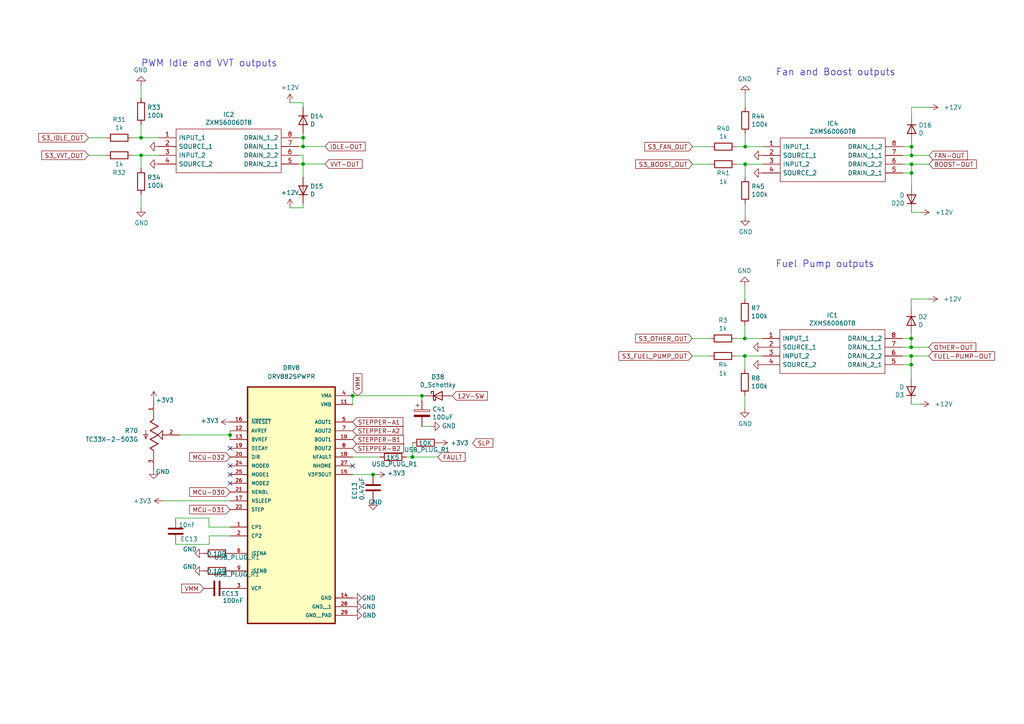
<source format=kicad_sch>
(kicad_sch (version 20230121) (generator eeschema)

  (uuid 697a2a42-69fd-436b-8fcf-3eb612b271b7)

  (paper "A4")

  (lib_symbols
    (symbol "AeonLabs_IC:DRV8825PWPR" (pin_names (offset 1.016)) (in_bom yes) (on_board yes)
      (property "Reference" "U" (at -12.7 34.02 0)
        (effects (font (size 1.27 1.27)) (justify left bottom))
      )
      (property "Value" "DRV8825PWPR" (at -12.7 -39.56 0)
        (effects (font (size 1.27 1.27)) (justify left bottom))
      )
      (property "Footprint" "AeonLabs_IC:DRV8825PWPR" (at -40.0304 50.2158 0)
        (effects (font (size 1.27 1.27)) (justify bottom) hide)
      )
      (property "Datasheet" "" (at 0 0 0)
        (effects (font (size 1.27 1.27)) hide)
      )
      (property "MF" "Texas Instruments" (at 30.3784 50.0634 0)
        (effects (font (size 1.27 1.27)) (justify bottom) hide)
      )
      (property "Description" "\n45-V, 2.5-A bipolar stepper motor driver with current regulation and 1/32 microstepping  \n" (at 3.429 38.1508 0)
        (effects (font (size 1.27 1.27)) (justify bottom) hide)
      )
      (property "Package" "HTSSOP-28 Texas Instruments" (at 5.1054 50.4698 0)
        (effects (font (size 1.27 1.27)) (justify bottom) hide)
      )
      (property "Price" "None" (at 54.4576 48.0314 0)
        (effects (font (size 1.27 1.27)) (justify bottom) hide)
      )
      (property "SnapEDA_Link" "https://www.snapeda.com/parts/DRV8825PWPR/Texas+Instruments/view-part/?ref=snap" (at 4.0386 39.9034 0)
        (effects (font (size 1.27 1.27)) (justify bottom) hide)
      )
      (property "MP" "DRV8825PWPR" (at 48.9966 50.3936 0)
        (effects (font (size 1.27 1.27)) (justify bottom) hide)
      )
      (property "Purchase-URL" "https://www.snapeda.com/api/url_track_click_mouser/?unipart_id=448611&manufacturer=Texas Instruments&part_name=DRV8825PWPR&search_term=None" (at 1.4986 43.8404 0)
        (effects (font (size 1.27 1.27)) (justify bottom) hide)
      )
      (property "Availability" "In Stock" (at -16.2052 50.3936 0)
        (effects (font (size 1.27 1.27)) (justify bottom) hide)
      )
      (property "Check_prices" "https://www.snapeda.com/parts/DRV8825PWPR/Texas+Instruments/view-part/?ref=eda" (at 2.5908 46.7106 0)
        (effects (font (size 1.27 1.27)) (justify bottom) hide)
      )
      (symbol "DRV8825PWPR_0_0"
        (rectangle (start -12.7 -35.56) (end 12.7 33.02)
          (stroke (width 0.41) (type default))
          (fill (type background))
        )
        (pin bidirectional line (at -17.78 -7.62 0) (length 5.08)
          (name "CP1" (effects (font (size 1.016 1.016))))
          (number "1" (effects (font (size 1.016 1.016))))
        )
        (pin output line (at 17.78 17.78 180) (length 5.08)
          (name "BOUT1" (effects (font (size 1.016 1.016))))
          (number "10" (effects (font (size 1.016 1.016))))
        )
        (pin power_in line (at 17.78 27.94 180) (length 5.08)
          (name "VMB" (effects (font (size 1.016 1.016))))
          (number "11" (effects (font (size 1.016 1.016))))
        )
        (pin input line (at -17.78 20.32 0) (length 5.08)
          (name "AVREF" (effects (font (size 1.016 1.016))))
          (number "12" (effects (font (size 1.016 1.016))))
        )
        (pin input line (at -17.78 17.78 0) (length 5.08)
          (name "BVREF" (effects (font (size 1.016 1.016))))
          (number "13" (effects (font (size 1.016 1.016))))
        )
        (pin power_in line (at 17.8562 -28.1686 180) (length 5.08)
          (name "GND" (effects (font (size 1.016 1.016))))
          (number "14" (effects (font (size 1.016 1.016))))
        )
        (pin output line (at 17.78 7.62 180) (length 5.08)
          (name "V3P3OUT" (effects (font (size 1.016 1.016))))
          (number "15" (effects (font (size 1.016 1.016))))
        )
        (pin input line (at -17.78 22.86 0) (length 5.08)
          (name "~{NRESET}" (effects (font (size 1.016 1.016))))
          (number "16" (effects (font (size 1.016 1.016))))
        )
        (pin input line (at -17.78 0 0) (length 5.08)
          (name "NSLEEP" (effects (font (size 1.016 1.016))))
          (number "17" (effects (font (size 1.016 1.016))))
        )
        (pin output line (at 17.78 12.7 180) (length 5.08)
          (name "NFAULT" (effects (font (size 1.016 1.016))))
          (number "18" (effects (font (size 1.016 1.016))))
        )
        (pin input line (at -17.78 15.24 0) (length 5.08)
          (name "DECAY" (effects (font (size 1.016 1.016))))
          (number "19" (effects (font (size 1.016 1.016))))
        )
        (pin bidirectional line (at -17.78 -10.16 0) (length 5.08)
          (name "CP2" (effects (font (size 1.016 1.016))))
          (number "2" (effects (font (size 1.016 1.016))))
        )
        (pin input line (at -17.78 12.7 0) (length 5.08)
          (name "DIR" (effects (font (size 1.016 1.016))))
          (number "20" (effects (font (size 1.016 1.016))))
        )
        (pin input line (at -17.78 2.54 0) (length 5.08)
          (name "NENBL" (effects (font (size 1.016 1.016))))
          (number "21" (effects (font (size 1.016 1.016))))
        )
        (pin input line (at -17.78 -2.54 0) (length 5.08)
          (name "STEP" (effects (font (size 1.016 1.016))))
          (number "22" (effects (font (size 1.016 1.016))))
        )
        (pin input line (at -17.78 10.16 0) (length 5.08)
          (name "MODE0" (effects (font (size 1.016 1.016))))
          (number "24" (effects (font (size 1.016 1.016))))
        )
        (pin input line (at -17.78 7.62 0) (length 5.08)
          (name "MODE1" (effects (font (size 1.016 1.016))))
          (number "25" (effects (font (size 1.016 1.016))))
        )
        (pin input line (at -17.78 5.08 0) (length 5.08)
          (name "MODE2" (effects (font (size 1.016 1.016))))
          (number "26" (effects (font (size 1.016 1.016))))
        )
        (pin output line (at 17.78 10.16 180) (length 5.08)
          (name "NHOME" (effects (font (size 1.016 1.016))))
          (number "27" (effects (font (size 1.016 1.016))))
        )
        (pin power_in line (at 17.8562 -30.7086 180) (length 5.08)
          (name "GND__1" (effects (font (size 1.016 1.016))))
          (number "28" (effects (font (size 1.016 1.016))))
        )
        (pin bidirectional line (at -17.78 -25.4 0) (length 5.08)
          (name "VCP" (effects (font (size 1.016 1.016))))
          (number "3" (effects (font (size 1.016 1.016))))
        )
        (pin power_in line (at 17.78 30.48 180) (length 5.08)
          (name "VMA" (effects (font (size 1.016 1.016))))
          (number "4" (effects (font (size 1.016 1.016))))
        )
        (pin output line (at 17.78 22.86 180) (length 5.08)
          (name "AOUT1" (effects (font (size 1.016 1.016))))
          (number "5" (effects (font (size 1.016 1.016))))
        )
        (pin bidirectional line (at -17.78 -15.24 0) (length 5.08)
          (name "ISENA" (effects (font (size 1.016 1.016))))
          (number "6" (effects (font (size 1.016 1.016))))
        )
        (pin output line (at 17.78 20.32 180) (length 5.08)
          (name "AOUT2" (effects (font (size 1.016 1.016))))
          (number "7" (effects (font (size 1.016 1.016))))
        )
        (pin output line (at 17.78 15.24 180) (length 5.08)
          (name "BOUT2" (effects (font (size 1.016 1.016))))
          (number "8" (effects (font (size 1.016 1.016))))
        )
        (pin bidirectional line (at -17.78 -20.32 0) (length 5.08)
          (name "ISENB" (effects (font (size 1.016 1.016))))
          (number "9" (effects (font (size 1.016 1.016))))
        )
      )
      (symbol "DRV8825PWPR_1_0"
        (pin power_in line (at 17.8816 -33.1978 180) (length 5.08)
          (name "GND__PAD" (effects (font (size 1.016 1.016))))
          (number "29" (effects (font (size 1.016 1.016))))
        )
      )
    )
    (symbol "AeonLabs_Power:Trimmer_Potentiometer_3x3mm_TC33X-2-503G" (pin_names (offset 1.016)) (in_bom yes) (on_board yes)
      (property "Reference" "R" (at 3.0511 3.8139 0)
        (effects (font (size 1.27 1.27)) (justify left bottom))
      )
      (property "Value" "TC33X-2-503G" (at 2.5421 -5.0842 0)
        (effects (font (size 1.27 1.27)) (justify left bottom))
      )
      (property "Footprint" "AeonLabs_Power:Trimmer potentiometer 3x3mm _TC33X-2-503G" (at 1.3208 32.9692 0)
        (effects (font (size 1.27 1.27)) (justify bottom) hide)
      )
      (property "Datasheet" "" (at 0 0 0)
        (effects (font (size 1.27 1.27)) hide)
      )
      (property "MF" "Bourns" (at 39.0144 4.7498 0)
        (effects (font (size 1.27 1.27)) (justify bottom) hide)
      )
      (property "DESCRIPTION" "Res Trimmer 100K Ohm 25% 1/10W 1_Elec_/1_Mech_Turn _3 X 3.8mm_ Foot Print SMD Embossed T/R" (at 0.6604 26.7462 0)
        (effects (font (size 1.27 1.27)) (justify bottom) hide)
      )
      (property "PACKAGE" "Bourns" (at 40.5384 8.1026 0)
        (effects (font (size 1.27 1.27)) (justify bottom) hide)
      )
      (property "PRICE" "None" (at 29.21 3.4798 0)
        (effects (font (size 1.27 1.27)) (justify bottom) hide)
      )
      (property "Package" "1608 Bourns" (at 27.2288 9.6012 0)
        (effects (font (size 1.27 1.27)) (justify bottom) hide)
      )
      (property "Check_prices" "https://www.snapeda.com/parts/TC33X-2-503G/Bourns/view-part/?ref=eda" (at 1.2192 14.9098 0)
        (effects (font (size 1.27 1.27)) (justify bottom) hide)
      )
      (property "Price" "None" (at 30.734 1.651 0)
        (effects (font (size 1.27 1.27)) (justify bottom) hide)
      )
      (property "SnapEDA_Link" "https://www.snapeda.com/parts/TC33X-2-503G/Bourns/view-part/?ref=snap" (at 3.5306 17.8816 0)
        (effects (font (size 1.27 1.27)) (justify bottom) hide)
      )
      (property "MP" "TC33X-2-503G" (at 27.8384 11.684 0)
        (effects (font (size 1.27 1.27)) (justify bottom) hide)
      )
      (property "Purchase-URL" "https://www.snapeda.com/api/url_track_click_mouser/?unipart_id=1479476&manufacturer=Bourns&part_name=TC33X-2-503G&search_term=None" (at 0.3556 22.6822 0)
        (effects (font (size 1.27 1.27)) (justify bottom) hide)
      )
      (property "Availability" "In Stock" (at 27.94 5.7404 0)
        (effects (font (size 1.27 1.27)) (justify bottom) hide)
      )
      (property "AVAILABILITY" "Unavailable" (at 27.4066 7.7216 0)
        (effects (font (size 1.27 1.27)) (justify bottom) hide)
      )
      (property "Description" "\n50 kOhms 0.1W, 1/10W J Lead Surface Mount Trimmer Potentiometer Cermet 1.0 Turn Top Adjustment\n" (at -1.27 30.2768 0)
        (effects (font (size 1.27 1.27)) (justify bottom) hide)
      )
      (symbol "Trimmer_Potentiometer_3x3mm_TC33X-2-503G_0_0"
        (polyline
          (pts
            (xy -4.572 0)
            (xy -5.08 0)
          )
          (stroke (width 0.1524) (type default))
          (fill (type none))
        )
        (polyline
          (pts
            (xy -3.81 -1.016)
            (xy -4.572 0)
          )
          (stroke (width 0.254) (type default))
          (fill (type none))
        )
        (polyline
          (pts
            (xy -2.54 1.27)
            (xy -3.81 -1.016)
          )
          (stroke (width 0.254) (type default))
          (fill (type none))
        )
        (polyline
          (pts
            (xy -1.397 -2.286)
            (xy 1.143 -2.286)
          )
          (stroke (width 0.1524) (type default))
          (fill (type none))
        )
        (polyline
          (pts
            (xy -1.27 -1.016)
            (xy -2.54 1.27)
          )
          (stroke (width 0.254) (type default))
          (fill (type none))
        )
        (polyline
          (pts
            (xy -1.27 2.54)
            (xy 1.27 2.54)
          )
          (stroke (width 0.2032) (type default))
          (fill (type none))
        )
        (polyline
          (pts
            (xy -0.127 -2.921)
            (xy -0.127 -1.651)
          )
          (stroke (width 0.1524) (type default))
          (fill (type none))
        )
        (polyline
          (pts
            (xy -0.127 -1.651)
            (xy 1.143 -2.286)
          )
          (stroke (width 0.1524) (type default))
          (fill (type none))
        )
        (polyline
          (pts
            (xy 0 1.27)
            (xy -1.27 -1.016)
          )
          (stroke (width 0.254) (type default))
          (fill (type none))
        )
        (polyline
          (pts
            (xy 0 1.27)
            (xy -1.27 2.54)
          )
          (stroke (width 0.2032) (type default))
          (fill (type none))
        )
        (polyline
          (pts
            (xy 1.143 -2.286)
            (xy -0.127 -2.921)
          )
          (stroke (width 0.1524) (type default))
          (fill (type none))
        )
        (polyline
          (pts
            (xy 1.27 -1.016)
            (xy 0 1.27)
          )
          (stroke (width 0.254) (type default))
          (fill (type none))
        )
        (polyline
          (pts
            (xy 1.27 2.54)
            (xy 0 1.27)
          )
          (stroke (width 0.2032) (type default))
          (fill (type none))
        )
        (polyline
          (pts
            (xy 2.54 1.27)
            (xy 1.27 -1.016)
          )
          (stroke (width 0.254) (type default))
          (fill (type none))
        )
        (polyline
          (pts
            (xy 3.81 -1.016)
            (xy 2.54 1.27)
          )
          (stroke (width 0.254) (type default))
          (fill (type none))
        )
        (polyline
          (pts
            (xy 4.572 0)
            (xy 3.81 -1.016)
          )
          (stroke (width 0.254) (type default))
          (fill (type none))
        )
        (polyline
          (pts
            (xy 5.08 0)
            (xy 4.572 0)
          )
          (stroke (width 0.1524) (type default))
          (fill (type none))
        )
        (pin passive line (at 0 7.62 270) (length 5.08)
          (name "~" (effects (font (size 1.016 1.016))))
          (number "2" (effects (font (size 1.016 1.016))))
        )
        (pin passive line (at 10.16 0 180) (length 5.08)
          (name "~" (effects (font (size 1.016 1.016))))
          (number "3" (effects (font (size 1.016 1.016))))
        )
      )
      (symbol "Trimmer_Potentiometer_3x3mm_TC33X-2-503G_1_0"
        (pin passive line (at -10.0838 0 0) (length 5.08)
          (name "" (effects (font (size 1.016 1.016))))
          (number "1" (effects (font (size 1.016 1.016))))
        )
      )
    )
    (symbol "Device:C" (pin_numbers hide) (pin_names (offset 0.254)) (in_bom yes) (on_board yes)
      (property "Reference" "C" (at 0.635 2.54 0)
        (effects (font (size 1.27 1.27)) (justify left))
      )
      (property "Value" "C" (at 0.635 -2.54 0)
        (effects (font (size 1.27 1.27)) (justify left))
      )
      (property "Footprint" "" (at 0.9652 -3.81 0)
        (effects (font (size 1.27 1.27)) hide)
      )
      (property "Datasheet" "~" (at 0 0 0)
        (effects (font (size 1.27 1.27)) hide)
      )
      (property "ki_keywords" "cap capacitor" (at 0 0 0)
        (effects (font (size 1.27 1.27)) hide)
      )
      (property "ki_description" "Unpolarized capacitor" (at 0 0 0)
        (effects (font (size 1.27 1.27)) hide)
      )
      (property "ki_fp_filters" "C_*" (at 0 0 0)
        (effects (font (size 1.27 1.27)) hide)
      )
      (symbol "C_0_1"
        (polyline
          (pts
            (xy -2.032 -0.762)
            (xy 2.032 -0.762)
          )
          (stroke (width 0.508) (type default))
          (fill (type none))
        )
        (polyline
          (pts
            (xy -2.032 0.762)
            (xy 2.032 0.762)
          )
          (stroke (width 0.508) (type default))
          (fill (type none))
        )
      )
      (symbol "C_1_1"
        (pin passive line (at 0 3.81 270) (length 2.794)
          (name "~" (effects (font (size 1.27 1.27))))
          (number "1" (effects (font (size 1.27 1.27))))
        )
        (pin passive line (at 0 -3.81 90) (length 2.794)
          (name "~" (effects (font (size 1.27 1.27))))
          (number "2" (effects (font (size 1.27 1.27))))
        )
      )
    )
    (symbol "Device:CP" (pin_numbers hide) (pin_names (offset 0.254)) (in_bom yes) (on_board yes)
      (property "Reference" "C" (at 0.635 2.54 0)
        (effects (font (size 1.27 1.27)) (justify left))
      )
      (property "Value" "Device_CP" (at 0.635 -2.54 0)
        (effects (font (size 1.27 1.27)) (justify left))
      )
      (property "Footprint" "" (at 0.9652 -3.81 0)
        (effects (font (size 1.27 1.27)) hide)
      )
      (property "Datasheet" "" (at 0 0 0)
        (effects (font (size 1.27 1.27)) hide)
      )
      (property "ki_fp_filters" "CP_*" (at 0 0 0)
        (effects (font (size 1.27 1.27)) hide)
      )
      (symbol "CP_0_1"
        (rectangle (start -2.286 0.508) (end 2.286 1.016)
          (stroke (width 0) (type default))
          (fill (type none))
        )
        (polyline
          (pts
            (xy -1.778 2.286)
            (xy -0.762 2.286)
          )
          (stroke (width 0) (type default))
          (fill (type none))
        )
        (polyline
          (pts
            (xy -1.27 2.794)
            (xy -1.27 1.778)
          )
          (stroke (width 0) (type default))
          (fill (type none))
        )
        (rectangle (start 2.286 -0.508) (end -2.286 -1.016)
          (stroke (width 0) (type default))
          (fill (type outline))
        )
      )
      (symbol "CP_1_1"
        (pin passive line (at 0 3.81 270) (length 2.794)
          (name "~" (effects (font (size 1.27 1.27))))
          (number "1" (effects (font (size 1.27 1.27))))
        )
        (pin passive line (at 0 -3.81 90) (length 2.794)
          (name "~" (effects (font (size 1.27 1.27))))
          (number "2" (effects (font (size 1.27 1.27))))
        )
      )
    )
    (symbol "Device:D" (pin_numbers hide) (pin_names (offset 1.016) hide) (in_bom yes) (on_board yes)
      (property "Reference" "D" (at 0 2.54 0)
        (effects (font (size 1.27 1.27)))
      )
      (property "Value" "D" (at 0 -2.54 0)
        (effects (font (size 1.27 1.27)))
      )
      (property "Footprint" "" (at 0 0 0)
        (effects (font (size 1.27 1.27)) hide)
      )
      (property "Datasheet" "~" (at 0 0 0)
        (effects (font (size 1.27 1.27)) hide)
      )
      (property "ki_keywords" "diode" (at 0 0 0)
        (effects (font (size 1.27 1.27)) hide)
      )
      (property "ki_description" "Diode" (at 0 0 0)
        (effects (font (size 1.27 1.27)) hide)
      )
      (property "ki_fp_filters" "TO-???* *_Diode_* *SingleDiode* D_*" (at 0 0 0)
        (effects (font (size 1.27 1.27)) hide)
      )
      (symbol "D_0_1"
        (polyline
          (pts
            (xy -1.27 1.27)
            (xy -1.27 -1.27)
          )
          (stroke (width 0.254) (type default))
          (fill (type none))
        )
        (polyline
          (pts
            (xy 1.27 0)
            (xy -1.27 0)
          )
          (stroke (width 0) (type default))
          (fill (type none))
        )
        (polyline
          (pts
            (xy 1.27 1.27)
            (xy 1.27 -1.27)
            (xy -1.27 0)
            (xy 1.27 1.27)
          )
          (stroke (width 0.254) (type default))
          (fill (type none))
        )
      )
      (symbol "D_1_1"
        (pin passive line (at -3.81 0 0) (length 2.54)
          (name "K" (effects (font (size 1.27 1.27))))
          (number "1" (effects (font (size 1.27 1.27))))
        )
        (pin passive line (at 3.81 0 180) (length 2.54)
          (name "A" (effects (font (size 1.27 1.27))))
          (number "2" (effects (font (size 1.27 1.27))))
        )
      )
    )
    (symbol "Device:D_Schottky" (pin_numbers hide) (pin_names (offset 1.016) hide) (in_bom yes) (on_board yes)
      (property "Reference" "D" (at 0 2.54 0)
        (effects (font (size 1.27 1.27)))
      )
      (property "Value" "D_Schottky" (at 0 -2.54 0)
        (effects (font (size 1.27 1.27)))
      )
      (property "Footprint" "" (at 0 0 0)
        (effects (font (size 1.27 1.27)) hide)
      )
      (property "Datasheet" "~" (at 0 0 0)
        (effects (font (size 1.27 1.27)) hide)
      )
      (property "ki_keywords" "diode Schottky" (at 0 0 0)
        (effects (font (size 1.27 1.27)) hide)
      )
      (property "ki_description" "Schottky diode" (at 0 0 0)
        (effects (font (size 1.27 1.27)) hide)
      )
      (property "ki_fp_filters" "TO-???* *_Diode_* *SingleDiode* D_*" (at 0 0 0)
        (effects (font (size 1.27 1.27)) hide)
      )
      (symbol "D_Schottky_0_1"
        (polyline
          (pts
            (xy 1.27 0)
            (xy -1.27 0)
          )
          (stroke (width 0) (type default))
          (fill (type none))
        )
        (polyline
          (pts
            (xy 1.27 1.27)
            (xy 1.27 -1.27)
            (xy -1.27 0)
            (xy 1.27 1.27)
          )
          (stroke (width 0.254) (type default))
          (fill (type none))
        )
        (polyline
          (pts
            (xy -1.905 0.635)
            (xy -1.905 1.27)
            (xy -1.27 1.27)
            (xy -1.27 -1.27)
            (xy -0.635 -1.27)
            (xy -0.635 -0.635)
          )
          (stroke (width 0.254) (type default))
          (fill (type none))
        )
      )
      (symbol "D_Schottky_1_1"
        (pin passive line (at -3.81 0 0) (length 2.54)
          (name "K" (effects (font (size 1.27 1.27))))
          (number "1" (effects (font (size 1.27 1.27))))
        )
        (pin passive line (at 3.81 0 180) (length 2.54)
          (name "A" (effects (font (size 1.27 1.27))))
          (number "2" (effects (font (size 1.27 1.27))))
        )
      )
    )
    (symbol "Device:R" (pin_numbers hide) (pin_names (offset 0)) (in_bom yes) (on_board yes)
      (property "Reference" "R" (at 2.032 0 90)
        (effects (font (size 1.27 1.27)))
      )
      (property "Value" "R" (at 0 0 90)
        (effects (font (size 1.27 1.27)))
      )
      (property "Footprint" "" (at -1.778 0 90)
        (effects (font (size 1.27 1.27)) hide)
      )
      (property "Datasheet" "~" (at 0 0 0)
        (effects (font (size 1.27 1.27)) hide)
      )
      (property "ki_keywords" "R res resistor" (at 0 0 0)
        (effects (font (size 1.27 1.27)) hide)
      )
      (property "ki_description" "Resistor" (at 0 0 0)
        (effects (font (size 1.27 1.27)) hide)
      )
      (property "ki_fp_filters" "R_*" (at 0 0 0)
        (effects (font (size 1.27 1.27)) hide)
      )
      (symbol "R_0_1"
        (rectangle (start -1.016 -2.54) (end 1.016 2.54)
          (stroke (width 0.254) (type default))
          (fill (type none))
        )
      )
      (symbol "R_1_1"
        (pin passive line (at 0 3.81 270) (length 1.27)
          (name "~" (effects (font (size 1.27 1.27))))
          (number "1" (effects (font (size 1.27 1.27))))
        )
        (pin passive line (at 0 -3.81 90) (length 1.27)
          (name "~" (effects (font (size 1.27 1.27))))
          (number "2" (effects (font (size 1.27 1.27))))
        )
      )
    )
    (symbol "IC_Automotive:ZXMS6006DT8" (pin_names (offset 0.762)) (in_bom yes) (on_board yes)
      (property "Reference" "IC" (at 36.83 7.62 0)
        (effects (font (size 1.27 1.27)) (justify left))
      )
      (property "Value" "ZXMS6006DT8" (at 36.83 5.08 0)
        (effects (font (size 1.27 1.27)) (justify left))
      )
      (property "Footprint" "IC_Automotive:Diodes_SM8" (at 36.83 2.54 0)
        (effects (font (size 1.27 1.27)) (justify left) hide)
      )
      (property "Datasheet" "" (at 36.83 0 0)
        (effects (font (size 1.27 1.27)) (justify left) hide)
      )
      (property "Height" "1.75" (at 36.83 -5.08 0)
        (effects (font (size 1.27 1.27)) (justify left) hide)
      )
      (property "Manufacturer_Name" "Diodes Inc" (at 36.83 -7.62 0)
        (effects (font (size 1.27 1.27)) (justify left) hide)
      )
      (property "ki_description" "Diodes Inc dual self protected low side MOSFET" (at 0 0 0)
        (effects (font (size 1.27 1.27)) hide)
      )
      (symbol "ZXMS6006DT8_0_0"
        (pin passive line (at 0 0 0) (length 5.08)
          (name "INPUT_1" (effects (font (size 1.27 1.27))))
          (number "1" (effects (font (size 1.27 1.27))))
        )
        (pin passive line (at 0 -2.54 0) (length 5.08)
          (name "SOURCE_1" (effects (font (size 1.27 1.27))))
          (number "2" (effects (font (size 1.27 1.27))))
        )
        (pin passive line (at 0 -5.08 0) (length 5.08)
          (name "INPUT_2" (effects (font (size 1.27 1.27))))
          (number "3" (effects (font (size 1.27 1.27))))
        )
        (pin passive line (at 0 -7.62 0) (length 5.08)
          (name "SOURCE_2" (effects (font (size 1.27 1.27))))
          (number "4" (effects (font (size 1.27 1.27))))
        )
        (pin passive line (at 40.64 -7.62 180) (length 5.08)
          (name "DRAIN_2_1" (effects (font (size 1.27 1.27))))
          (number "5" (effects (font (size 1.27 1.27))))
        )
        (pin passive line (at 40.64 -5.08 180) (length 5.08)
          (name "DRAIN_2_2" (effects (font (size 1.27 1.27))))
          (number "6" (effects (font (size 1.27 1.27))))
        )
        (pin passive line (at 40.64 -2.54 180) (length 5.08)
          (name "DRAIN_1_1" (effects (font (size 1.27 1.27))))
          (number "7" (effects (font (size 1.27 1.27))))
        )
        (pin passive line (at 40.64 0 180) (length 5.08)
          (name "DRAIN_1_2" (effects (font (size 1.27 1.27))))
          (number "8" (effects (font (size 1.27 1.27))))
        )
      )
      (symbol "ZXMS6006DT8_0_1"
        (polyline
          (pts
            (xy 5.08 2.54)
            (xy 35.56 2.54)
            (xy 35.56 -10.16)
            (xy 5.08 -10.16)
            (xy 5.08 2.54)
          )
          (stroke (width 0.1524) (type default))
          (fill (type none))
        )
      )
    )
    (symbol "power:+12V" (power) (pin_names (offset 0)) (in_bom yes) (on_board yes)
      (property "Reference" "#PWR" (at 0 -3.81 0)
        (effects (font (size 1.27 1.27)) hide)
      )
      (property "Value" "+12V" (at 0 3.556 0)
        (effects (font (size 1.27 1.27)))
      )
      (property "Footprint" "" (at 0 0 0)
        (effects (font (size 1.27 1.27)) hide)
      )
      (property "Datasheet" "" (at 0 0 0)
        (effects (font (size 1.27 1.27)) hide)
      )
      (property "ki_keywords" "global power" (at 0 0 0)
        (effects (font (size 1.27 1.27)) hide)
      )
      (property "ki_description" "Power symbol creates a global label with name \"+12V\"" (at 0 0 0)
        (effects (font (size 1.27 1.27)) hide)
      )
      (symbol "+12V_0_1"
        (polyline
          (pts
            (xy -0.762 1.27)
            (xy 0 2.54)
          )
          (stroke (width 0) (type default))
          (fill (type none))
        )
        (polyline
          (pts
            (xy 0 0)
            (xy 0 2.54)
          )
          (stroke (width 0) (type default))
          (fill (type none))
        )
        (polyline
          (pts
            (xy 0 2.54)
            (xy 0.762 1.27)
          )
          (stroke (width 0) (type default))
          (fill (type none))
        )
      )
      (symbol "+12V_1_1"
        (pin power_in line (at 0 0 90) (length 0) hide
          (name "+12V" (effects (font (size 1.27 1.27))))
          (number "1" (effects (font (size 1.27 1.27))))
        )
      )
    )
    (symbol "power:+3V3" (power) (pin_names (offset 0)) (in_bom yes) (on_board yes)
      (property "Reference" "#PWR" (at 0 -3.81 0)
        (effects (font (size 1.27 1.27)) hide)
      )
      (property "Value" "+3V3" (at 0 3.556 0)
        (effects (font (size 1.27 1.27)))
      )
      (property "Footprint" "" (at 0 0 0)
        (effects (font (size 1.27 1.27)) hide)
      )
      (property "Datasheet" "" (at 0 0 0)
        (effects (font (size 1.27 1.27)) hide)
      )
      (property "ki_keywords" "power-flag" (at 0 0 0)
        (effects (font (size 1.27 1.27)) hide)
      )
      (property "ki_description" "Power symbol creates a global label with name \"+3V3\"" (at 0 0 0)
        (effects (font (size 1.27 1.27)) hide)
      )
      (symbol "+3V3_0_1"
        (polyline
          (pts
            (xy -0.762 1.27)
            (xy 0 2.54)
          )
          (stroke (width 0) (type default))
          (fill (type none))
        )
        (polyline
          (pts
            (xy 0 0)
            (xy 0 2.54)
          )
          (stroke (width 0) (type default))
          (fill (type none))
        )
        (polyline
          (pts
            (xy 0 2.54)
            (xy 0.762 1.27)
          )
          (stroke (width 0) (type default))
          (fill (type none))
        )
      )
      (symbol "+3V3_1_1"
        (pin power_in line (at 0 0 90) (length 0) hide
          (name "+3V3" (effects (font (size 1.27 1.27))))
          (number "1" (effects (font (size 1.27 1.27))))
        )
      )
    )
    (symbol "power:GND" (power) (pin_names (offset 0)) (in_bom yes) (on_board yes)
      (property "Reference" "#PWR" (at 0 -6.35 0)
        (effects (font (size 1.27 1.27)) hide)
      )
      (property "Value" "GND" (at 0 -3.81 0)
        (effects (font (size 1.27 1.27)))
      )
      (property "Footprint" "" (at 0 0 0)
        (effects (font (size 1.27 1.27)) hide)
      )
      (property "Datasheet" "" (at 0 0 0)
        (effects (font (size 1.27 1.27)) hide)
      )
      (property "ki_keywords" "power-flag" (at 0 0 0)
        (effects (font (size 1.27 1.27)) hide)
      )
      (property "ki_description" "Power symbol creates a global label with name \"GND\" , ground" (at 0 0 0)
        (effects (font (size 1.27 1.27)) hide)
      )
      (symbol "GND_0_1"
        (polyline
          (pts
            (xy 0 0)
            (xy 0 -1.27)
            (xy 1.27 -1.27)
            (xy 0 -2.54)
            (xy -1.27 -1.27)
            (xy 0 -1.27)
          )
          (stroke (width 0) (type default))
          (fill (type none))
        )
      )
      (symbol "GND_1_1"
        (pin power_in line (at 0 0 270) (length 0) hide
          (name "GND" (effects (font (size 1.27 1.27))))
          (number "1" (effects (font (size 1.27 1.27))))
        )
      )
    )
  )

  (junction (at 216.027 98.171) (diameter 0) (color 0 0 0 0)
    (uuid 026d64ce-5815-480f-a390-e3403e004825)
  )
  (junction (at 66.7258 126.1618) (diameter 0) (color 0 0 0 0)
    (uuid 052929e7-f5f2-47ba-8150-6b8a9795e184)
  )
  (junction (at 40.9194 39.9542) (diameter 0) (color 0 0 0 0)
    (uuid 077bc313-e25e-40c1-bad0-f6201522b5e9)
  )
  (junction (at 264.287 103.251) (diameter 0) (color 0 0 0 0)
    (uuid 08403d4c-422c-487b-b9c9-9fed682cd115)
  )
  (junction (at 87.9094 42.4942) (diameter 0) (color 0 0 0 0)
    (uuid 1ec2ebfd-c346-44a3-b536-04ef468d62f8)
  )
  (junction (at 108.204 137.6426) (diameter 0) (color 0 0 0 0)
    (uuid 2ab80d94-0a92-410e-958f-77677788715c)
  )
  (junction (at 40.9194 45.0342) (diameter 0) (color 0 0 0 0)
    (uuid 301f1f9c-f609-4bc3-acb6-847fc9d49b0f)
  )
  (junction (at 216.1286 47.625) (diameter 0) (color 0 0 0 0)
    (uuid 41c614d0-9505-469f-810e-cbd6247c6a10)
  )
  (junction (at 264.3886 47.625) (diameter 0) (color 0 0 0 0)
    (uuid 5d6da4ec-71f9-44db-a119-f2c22d474ba1)
  )
  (junction (at 264.287 98.171) (diameter 0) (color 0 0 0 0)
    (uuid 5fdc862d-1703-49f6-88d7-a87c60956550)
  )
  (junction (at 102.2858 114.7826) (diameter 0) (color 0 0 0 0)
    (uuid 6b51810f-b96f-4546-9393-e8c8e7d4713a)
  )
  (junction (at 264.287 105.791) (diameter 0) (color 0 0 0 0)
    (uuid 70c1d904-22ff-4721-808d-394cb1eafa03)
  )
  (junction (at 216.1286 42.545) (diameter 0) (color 0 0 0 0)
    (uuid 72d95b6f-c92a-43d5-9d3f-1403c61ef42a)
  )
  (junction (at 122.3772 114.808) (diameter 0) (color 0 0 0 0)
    (uuid 8de574d4-6e1a-4c93-b67a-9c934e18ac8d)
  )
  (junction (at 264.3886 50.165) (diameter 0) (color 0 0 0 0)
    (uuid 9f565822-f307-4eb0-afe4-4ee11e8bf37e)
  )
  (junction (at 87.9094 39.9542) (diameter 0) (color 0 0 0 0)
    (uuid a70777e6-274e-43dc-8ab2-341677ee02e6)
  )
  (junction (at 119.6086 132.5626) (diameter 0) (color 0 0 0 0)
    (uuid b5257178-89a0-4991-8eb3-c2fc85e577a2)
  )
  (junction (at 216.027 103.251) (diameter 0) (color 0 0 0 0)
    (uuid ba3f7cf3-d4ca-4f28-869d-d8eee514b271)
  )
  (junction (at 264.287 100.711) (diameter 0) (color 0 0 0 0)
    (uuid d95e9b01-05c6-451d-bb3f-9d3bafa635b1)
  )
  (junction (at 264.3886 45.085) (diameter 0) (color 0 0 0 0)
    (uuid e02d64bd-a4e1-40bf-a7c0-e910a89f0d32)
  )
  (junction (at 87.9094 47.5742) (diameter 0) (color 0 0 0 0)
    (uuid e6f76c3f-07fb-4abe-94e9-a390f0132e38)
  )
  (junction (at 264.3886 42.545) (diameter 0) (color 0 0 0 0)
    (uuid f1ff2756-c80a-4164-a97b-736776b23da2)
  )

  (no_connect (at 66.7258 130.0226) (uuid 0e26b589-c933-420a-bd32-534081335643))
  (no_connect (at 66.7258 137.6426) (uuid 27362b0a-d5b6-49cd-ac95-ee40465f9df9))
  (no_connect (at 102.2858 135.1026) (uuid 34ea62d8-5d5c-4683-a7e5-a5c50d5addf3))
  (no_connect (at 66.7258 140.1826) (uuid b8729fe4-3f49-4c8c-9ecf-9830b1ff9da1))
  (no_connect (at 66.7258 135.1026) (uuid e69c9d80-f2da-4a3c-b2f0-15c34c2f21b4))

  (wire (pts (xy 87.9094 59.0042) (xy 87.9094 60.2742))
    (stroke (width 0) (type default))
    (uuid 02c4dfc1-0446-4488-85cf-4d3c263354db)
  )
  (wire (pts (xy 261.8486 47.625) (xy 264.3886 47.625))
    (stroke (width 0) (type default))
    (uuid 0e292d95-89dc-49e8-83e0-8c7f031cfccc)
  )
  (wire (pts (xy 40.9194 28.5242) (xy 40.9194 24.7142))
    (stroke (width 0) (type default))
    (uuid 0e42f58b-1c1a-4c05-bc18-71cc8774d718)
  )
  (wire (pts (xy 261.747 103.251) (xy 264.287 103.251))
    (stroke (width 0) (type default))
    (uuid 108f7024-634a-45db-9977-f7d31c57b231)
  )
  (wire (pts (xy 261.8486 45.085) (xy 264.3886 45.085))
    (stroke (width 0) (type default))
    (uuid 11635367-a1fb-48fc-b338-25f0a99b9ea4)
  )
  (wire (pts (xy 102.2858 114.7826) (xy 122.3772 114.7826))
    (stroke (width 0) (type default))
    (uuid 17bcdf56-8ef4-45e9-b245-716895bfec23)
  )
  (wire (pts (xy 66.7258 152.8826) (xy 60.579 152.8826))
    (stroke (width 0) (type default))
    (uuid 18a094e2-69f3-4436-8051-536fe3c51210)
  )
  (wire (pts (xy 213.487 98.171) (xy 216.027 98.171))
    (stroke (width 0) (type default))
    (uuid 1cc6fd7d-9da7-450e-a843-38c27656987f)
  )
  (wire (pts (xy 40.9194 39.9542) (xy 45.9994 39.9542))
    (stroke (width 0) (type default))
    (uuid 1cf323f0-5b59-4946-b795-f6c4f76e4b49)
  )
  (wire (pts (xy 216.1286 38.735) (xy 216.1286 42.545))
    (stroke (width 0) (type default))
    (uuid 1da83280-6f9f-4b9f-a9be-273fd68fc7cf)
  )
  (wire (pts (xy 264.3886 31.115) (xy 264.3886 33.655))
    (stroke (width 0) (type default))
    (uuid 22137e6e-336a-4120-a352-9269318970c7)
  )
  (wire (pts (xy 66.7258 124.9426) (xy 66.7258 126.1618))
    (stroke (width 0) (type default))
    (uuid 2b62b80b-d5d2-464f-8ff9-8785c54ab442)
  )
  (wire (pts (xy 264.3886 47.625) (xy 264.3886 50.165))
    (stroke (width 0) (type default))
    (uuid 2bbcd688-c713-49b1-b461-3b30af8b6f2f)
  )
  (wire (pts (xy 264.287 98.171) (xy 264.287 100.711))
    (stroke (width 0) (type default))
    (uuid 300a3375-a4bf-49f2-b470-686791d71910)
  )
  (wire (pts (xy 87.9094 47.5742) (xy 86.6394 47.5742))
    (stroke (width 0) (type default))
    (uuid 36462199-603e-46cc-9601-98aec7868f67)
  )
  (wire (pts (xy 60.579 150.2664) (xy 50.9524 150.2664))
    (stroke (width 0) (type default))
    (uuid 3bccc6d1-2d10-4e6c-b9fb-9a2c88b7952e)
  )
  (wire (pts (xy 216.027 86.741) (xy 216.027 82.931))
    (stroke (width 0) (type default))
    (uuid 3e2e51f0-a8e6-42e4-af25-5a7c9dda1de1)
  )
  (wire (pts (xy 200.8886 47.625) (xy 205.9686 47.625))
    (stroke (width 0) (type default))
    (uuid 3fc37943-8d57-4586-af0d-999df180df70)
  )
  (wire (pts (xy 87.9094 29.7942) (xy 87.9094 31.0642))
    (stroke (width 0) (type default))
    (uuid 43238408-c14a-4969-969e-24a5cb13db84)
  )
  (wire (pts (xy 264.287 86.741) (xy 264.287 89.281))
    (stroke (width 0) (type default))
    (uuid 452221a4-20d4-4b45-8d0e-785730b32efe)
  )
  (wire (pts (xy 87.9094 47.5742) (xy 87.9094 51.3842))
    (stroke (width 0) (type default))
    (uuid 4607fa52-2505-4a0e-9dec-7cbc6611f277)
  )
  (wire (pts (xy 87.9094 45.0342) (xy 87.9094 47.5742))
    (stroke (width 0) (type default))
    (uuid 4c5d8d86-4117-4eee-bf1d-06f693db94f7)
  )
  (wire (pts (xy 40.9194 48.8442) (xy 40.9194 45.0342))
    (stroke (width 0) (type default))
    (uuid 4ca00045-5d5f-4bba-bf6c-b1d9a1e073f4)
  )
  (wire (pts (xy 66.7258 126.1618) (xy 66.7258 127.4826))
    (stroke (width 0) (type default))
    (uuid 4f88e51a-ce02-4fdd-83d5-5e8e9d63eb4c)
  )
  (wire (pts (xy 264.3886 31.115) (xy 269.4686 31.115))
    (stroke (width 0) (type default))
    (uuid 4fea8a52-577e-46c0-8234-4cc3465bf823)
  )
  (wire (pts (xy 110.2106 132.5626) (xy 102.2858 132.5626))
    (stroke (width 0) (type default))
    (uuid 5636b427-aa5f-43ca-a08b-59cac25945fe)
  )
  (wire (pts (xy 205.9686 42.545) (xy 200.8886 42.545))
    (stroke (width 0) (type default))
    (uuid 56809caa-e153-470f-aa02-e08a3f50a375)
  )
  (wire (pts (xy 261.8486 42.545) (xy 264.3886 42.545))
    (stroke (width 0) (type default))
    (uuid 57083662-699d-41e6-b9d5-df4678772a41)
  )
  (wire (pts (xy 213.5886 42.545) (xy 216.1286 42.545))
    (stroke (width 0) (type default))
    (uuid 5a100e45-f471-4461-9578-4903d311ca5e)
  )
  (wire (pts (xy 38.3794 39.9542) (xy 40.9194 39.9542))
    (stroke (width 0) (type default))
    (uuid 5b3363df-99f8-4fa6-a051-ce179d0baa54)
  )
  (wire (pts (xy 216.027 107.061) (xy 216.027 103.251))
    (stroke (width 0) (type default))
    (uuid 5dc6e80b-becf-40d6-9459-16c203b7f5de)
  )
  (wire (pts (xy 213.487 103.251) (xy 216.027 103.251))
    (stroke (width 0) (type default))
    (uuid 603d8f97-e6ea-41b5-95a8-fd97bae59917)
  )
  (wire (pts (xy 264.3886 50.165) (xy 264.3886 53.975))
    (stroke (width 0) (type default))
    (uuid 6253c43c-abc1-42fd-bcb5-acd3a97e7da2)
  )
  (wire (pts (xy 264.287 105.791) (xy 264.287 109.601))
    (stroke (width 0) (type default))
    (uuid 6262ccea-1d45-4421-b9a5-3282332cf40e)
  )
  (wire (pts (xy 52.197 126.1618) (xy 66.7258 126.1618))
    (stroke (width 0) (type default))
    (uuid 697cda07-3b71-4ff4-9123-4e1fecf895e6)
  )
  (wire (pts (xy 261.747 100.711) (xy 264.287 100.711))
    (stroke (width 0) (type default))
    (uuid 6ced0fb4-59fa-4124-a046-d23a046137cd)
  )
  (wire (pts (xy 216.1286 42.545) (xy 221.2086 42.545))
    (stroke (width 0) (type default))
    (uuid 6e73c79b-3b9f-46bf-98c4-16462bf4adaf)
  )
  (wire (pts (xy 264.287 86.741) (xy 269.367 86.741))
    (stroke (width 0) (type default))
    (uuid 712bbbd7-3f40-4798-afed-feb4d40e8fc6)
  )
  (wire (pts (xy 25.6794 45.0342) (xy 30.7594 45.0342))
    (stroke (width 0) (type default))
    (uuid 744173b2-d2c4-4287-b03e-833300701043)
  )
  (wire (pts (xy 213.5886 47.625) (xy 216.1286 47.625))
    (stroke (width 0) (type default))
    (uuid 78e17a01-26e3-468c-86a7-6890ed9e73c4)
  )
  (wire (pts (xy 60.579 152.8826) (xy 60.579 150.2664))
    (stroke (width 0) (type default))
    (uuid 7be94735-02fe-475d-b304-d942fa652911)
  )
  (wire (pts (xy 216.1286 31.115) (xy 216.1286 27.305))
    (stroke (width 0) (type default))
    (uuid 7fed9ee8-035d-44c3-a220-a2db37b1c99c)
  )
  (wire (pts (xy 119.6086 132.5626) (xy 117.8306 132.5626))
    (stroke (width 0) (type default))
    (uuid 81146c05-24d1-4ecb-8087-11398270577e)
  )
  (wire (pts (xy 264.287 117.221) (xy 266.827 117.221))
    (stroke (width 0) (type default))
    (uuid 84e8681b-eb0f-45d5-a07c-537115809763)
  )
  (wire (pts (xy 124.9172 123.6726) (xy 122.3772 123.6726))
    (stroke (width 0) (type default))
    (uuid 85d112e9-1abd-4ff5-ab84-5d2d45357f2d)
  )
  (wire (pts (xy 108.204 137.6426) (xy 109.0168 137.6426))
    (stroke (width 0) (type default))
    (uuid 88c914eb-ccd0-4ffb-a82d-eb82499fd9ad)
  )
  (wire (pts (xy 264.3886 42.545) (xy 264.3886 45.085))
    (stroke (width 0) (type default))
    (uuid 90442862-359b-4c8c-9d44-bd5654080ea5)
  )
  (wire (pts (xy 102.2858 114.7826) (xy 102.2858 117.3226))
    (stroke (width 0) (type default))
    (uuid 93061674-1728-4bed-b678-a0b7e3372ddc)
  )
  (wire (pts (xy 264.3886 47.625) (xy 269.4686 47.625))
    (stroke (width 0) (type default))
    (uuid 93851be2-88ef-4d29-a8d5-db761e57f392)
  )
  (wire (pts (xy 264.3886 61.595) (xy 266.9286 61.595))
    (stroke (width 0) (type default))
    (uuid 94439e95-414f-43d0-88ef-3c78beacc845)
  )
  (wire (pts (xy 87.9094 38.6842) (xy 87.9094 39.9542))
    (stroke (width 0) (type default))
    (uuid 97ba9790-75a0-43a3-8b1d-2201d26bba9e)
  )
  (wire (pts (xy 216.1286 51.435) (xy 216.1286 47.625))
    (stroke (width 0) (type default))
    (uuid 99ac923f-78c4-4f03-8904-9f70d791f7bc)
  )
  (wire (pts (xy 216.027 103.251) (xy 221.107 103.251))
    (stroke (width 0) (type default))
    (uuid 9c0fa8ea-3beb-4126-885d-e69848087b54)
  )
  (wire (pts (xy 216.027 94.361) (xy 216.027 98.171))
    (stroke (width 0) (type default))
    (uuid 9d78d859-98a2-49c9-a3ca-d0140e7fc26e)
  )
  (wire (pts (xy 60.6806 155.4226) (xy 60.6806 157.8864))
    (stroke (width 0) (type default))
    (uuid 9f14d2bb-dd05-4474-b588-9b273d458148)
  )
  (wire (pts (xy 86.6394 45.0342) (xy 87.9094 45.0342))
    (stroke (width 0) (type default))
    (uuid a2e05ee5-e330-43da-8e75-04becef869cd)
  )
  (wire (pts (xy 40.9194 36.1442) (xy 40.9194 39.9542))
    (stroke (width 0) (type default))
    (uuid a388d5c2-e49f-4b84-89c3-35014d1a593c)
  )
  (wire (pts (xy 216.1286 47.625) (xy 221.2086 47.625))
    (stroke (width 0) (type default))
    (uuid a3a178f8-ad5c-4757-9f2a-0c8ca7814040)
  )
  (wire (pts (xy 47.3202 145.2626) (xy 66.7258 145.2626))
    (stroke (width 0) (type default))
    (uuid a52ed720-720e-4dfb-a9d8-7cbfa9eec0e2)
  )
  (wire (pts (xy 87.9094 60.2742) (xy 84.0994 60.2742))
    (stroke (width 0) (type default))
    (uuid ad73c87b-bd66-49d2-a9a7-314217b783ca)
  )
  (wire (pts (xy 264.287 103.251) (xy 264.287 105.791))
    (stroke (width 0) (type default))
    (uuid aea2581f-16d8-490c-beed-8ebf58948a88)
  )
  (wire (pts (xy 122.3772 114.808) (xy 122.3772 114.7826))
    (stroke (width 0) (type default))
    (uuid b4f5a908-5bb0-4b11-a08f-ef147898b79f)
  )
  (wire (pts (xy 30.7594 39.9542) (xy 25.6794 39.9542))
    (stroke (width 0) (type default))
    (uuid b71e57a1-0d6f-4aaa-b359-d9045f57a188)
  )
  (wire (pts (xy 216.1286 59.055) (xy 216.1286 62.865))
    (stroke (width 0) (type default))
    (uuid b7f8440c-23b7-437b-b935-4fbe03161fd7)
  )
  (wire (pts (xy 60.6806 157.8864) (xy 50.9524 157.8864))
    (stroke (width 0) (type default))
    (uuid b9ff87cf-e658-4466-b1fb-3a6d01f6f87c)
  )
  (wire (pts (xy 38.3794 45.0342) (xy 40.9194 45.0342))
    (stroke (width 0) (type default))
    (uuid badbf28d-7dcc-468c-b51f-6cc1547b9546)
  )
  (wire (pts (xy 131.191 114.808) (xy 130.81 114.808))
    (stroke (width 0) (type default))
    (uuid bc02ae6a-b25f-4c2c-b21d-818019ac37b2)
  )
  (wire (pts (xy 84.0994 29.7942) (xy 87.9094 29.7942))
    (stroke (width 0) (type default))
    (uuid bca423cd-4ef3-4c67-b9d0-fdb8b8bd943f)
  )
  (wire (pts (xy 122.3772 116.0526) (xy 122.3772 114.808))
    (stroke (width 0) (type default))
    (uuid c0900653-1e81-4ebf-bebd-d5c27969ee97)
  )
  (wire (pts (xy 264.287 96.901) (xy 264.287 98.171))
    (stroke (width 0) (type default))
    (uuid c0a20a24-5549-4607-a525-1235932f815a)
  )
  (wire (pts (xy 264.287 100.711) (xy 269.367 100.711))
    (stroke (width 0) (type default))
    (uuid c1aab1f6-dd7f-49c0-998b-097faada8505)
  )
  (wire (pts (xy 87.9094 39.9542) (xy 87.9094 42.4942))
    (stroke (width 0) (type default))
    (uuid c658b109-8708-4539-861e-76420f175676)
  )
  (wire (pts (xy 200.787 103.251) (xy 205.867 103.251))
    (stroke (width 0) (type default))
    (uuid c8ed41c1-5c62-4aa6-b651-842a28269dc3)
  )
  (wire (pts (xy 216.027 98.171) (xy 221.107 98.171))
    (stroke (width 0) (type default))
    (uuid c957a3cc-1ccf-41f8-a32d-163e6bae1753)
  )
  (wire (pts (xy 87.9094 42.4942) (xy 86.6394 42.4942))
    (stroke (width 0) (type default))
    (uuid cc2c69c0-9f17-4276-8146-58b6c95e3b1e)
  )
  (wire (pts (xy 86.6394 39.9542) (xy 87.9094 39.9542))
    (stroke (width 0) (type default))
    (uuid cdb56cb3-69e3-4086-974e-486244b492e0)
  )
  (wire (pts (xy 108.204 137.6426) (xy 102.2858 137.6426))
    (stroke (width 0) (type default))
    (uuid cdd1bdf0-be6f-484d-87cd-dfb58a6583d0)
  )
  (wire (pts (xy 94.2594 42.4942) (xy 87.9094 42.4942))
    (stroke (width 0) (type default))
    (uuid cdf4e69f-14bf-424d-8e1d-1110bc7998e1)
  )
  (wire (pts (xy 264.3886 41.275) (xy 264.3886 42.545))
    (stroke (width 0) (type default))
    (uuid ce46017a-caf5-48b0-bcf6-e8f12d11d20b)
  )
  (wire (pts (xy 261.747 98.171) (xy 264.287 98.171))
    (stroke (width 0) (type default))
    (uuid ceb16b75-63ea-4678-af5c-3fd6d04c0cec)
  )
  (wire (pts (xy 205.867 98.171) (xy 200.787 98.171))
    (stroke (width 0) (type default))
    (uuid d02eb9dc-57c1-4cba-9957-942eed612ecf)
  )
  (wire (pts (xy 87.9094 47.5742) (xy 94.2594 47.5742))
    (stroke (width 0) (type default))
    (uuid d2e9bb83-246f-498f-9a85-ec08a2ecca4f)
  )
  (wire (pts (xy 40.9194 56.4642) (xy 40.9194 60.2742))
    (stroke (width 0) (type default))
    (uuid d7afdb97-a7f1-4179-b6e1-69fa586362bc)
  )
  (wire (pts (xy 261.8486 50.165) (xy 264.3886 50.165))
    (stroke (width 0) (type default))
    (uuid daee1fbd-030c-4152-a4c1-3548ae1d5fad)
  )
  (wire (pts (xy 216.027 114.681) (xy 216.027 118.491))
    (stroke (width 0) (type default))
    (uuid dc3356b4-b0e4-4348-bb11-6dacf1302ae9)
  )
  (wire (pts (xy 126.9746 132.5626) (xy 119.6086 132.5626))
    (stroke (width 0) (type default))
    (uuid e0c6e9fa-b86f-47b1-985f-95e94d809140)
  )
  (wire (pts (xy 264.3886 45.085) (xy 269.4686 45.085))
    (stroke (width 0) (type default))
    (uuid e44fca24-e5df-46cc-84b7-d0dd9cc40492)
  )
  (wire (pts (xy 119.6086 128.4224) (xy 119.6086 132.5626))
    (stroke (width 0) (type default))
    (uuid e4a6e319-35a3-4353-bb96-602ef9d9746c)
  )
  (wire (pts (xy 40.9194 45.0342) (xy 45.9994 45.0342))
    (stroke (width 0) (type default))
    (uuid e4d37e70-7647-429f-867e-4b3001b3ff13)
  )
  (wire (pts (xy 123.19 114.808) (xy 122.3772 114.808))
    (stroke (width 0) (type default))
    (uuid eac40e77-d227-4372-8e44-0c192dee200d)
  )
  (wire (pts (xy 66.7258 155.4226) (xy 60.6806 155.4226))
    (stroke (width 0) (type default))
    (uuid f0910ae4-e570-4862-8c00-076dc4b0b568)
  )
  (wire (pts (xy 261.747 105.791) (xy 264.287 105.791))
    (stroke (width 0) (type default))
    (uuid f418cb9d-dcc9-4bf4-99be-b6fa9e873137)
  )
  (wire (pts (xy 264.287 103.251) (xy 269.367 103.251))
    (stroke (width 0) (type default))
    (uuid fe0b7576-1dca-4cf8-b013-a498953b023d)
  )

  (text "Fan and Boost outputs" (at 225.0186 22.225 0)
    (effects (font (size 1.9812 1.9812)) (justify left bottom))
    (uuid 1928ea0f-1556-47b4-a373-051ec2056356)
  )
  (text "PWM Idle and VVT outputs" (at 40.9194 19.6342 0)
    (effects (font (size 1.9812 1.9812)) (justify left bottom))
    (uuid 585daf34-da4b-48a1-a171-6d12182cd44e)
  )
  (text "Fuel Pump outputs" (at 224.917 77.851 0)
    (effects (font (size 1.9812 1.9812)) (justify left bottom))
    (uuid 5e1f130b-aa01-4c52-92c2-e8bd786e05d6)
  )

  (global_label "STEPPER-A1" (shape input) (at 102.2858 122.4026 0) (fields_autoplaced)
    (effects (font (size 1.27 1.27)) (justify left))
    (uuid 041f739e-666d-42b1-a99d-42445b6fce7d)
    (property "Intersheetrefs" "${INTERSHEET_REFS}" (at 116.693 122.4026 0)
      (effects (font (size 1.27 1.27)) (justify left) hide)
    )
  )
  (global_label "FUEL-PUMP-OUT" (shape input) (at 269.367 103.251 0) (fields_autoplaced)
    (effects (font (size 1.27 1.27)) (justify left))
    (uuid 231f3126-9560-45cb-9226-a5e79be1205e)
    (property "Intersheetrefs" "${INTERSHEET_REFS}" (at 288.3895 103.251 0)
      (effects (font (size 1.27 1.27)) (justify left) hide)
    )
  )
  (global_label "MCU-D32" (shape input) (at 66.7258 132.5626 180) (fields_autoplaced)
    (effects (font (size 1.27 1.27)) (justify right))
    (uuid 246addbd-7f97-42e7-9103-4b1b74f3c349)
    (property "Intersheetrefs" "${INTERSHEET_REFS}" (at 55.1609 132.5626 0)
      (effects (font (size 1.27 1.27)) (justify right) hide)
    )
  )
  (global_label "SLP" (shape input) (at 137.033 128.4986 0) (fields_autoplaced)
    (effects (font (size 1.27 1.27)) (justify left))
    (uuid 24abbe0b-6da0-4f4f-9437-7fe7263eb55b)
    (property "Intersheetrefs" "${INTERSHEET_REFS}" (at 142.8716 128.4986 0)
      (effects (font (size 1.27 1.27)) (justify left) hide)
    )
  )
  (global_label "IDLE-OUT" (shape input) (at 94.2594 42.4942 0) (fields_autoplaced)
    (effects (font (size 1.27 1.27)) (justify left))
    (uuid 3632fdce-08c8-42e5-b9d6-4604f78cc098)
    (property "Intersheetrefs" "${INTERSHEET_REFS}" (at 105.7639 42.4942 0)
      (effects (font (size 1.27 1.27)) (justify left) hide)
    )
  )
  (global_label "S3_OTHER_OUT" (shape input) (at 200.787 98.171 180) (fields_autoplaced)
    (effects (font (size 1.27 1.27)) (justify right))
    (uuid 4b21a784-22f0-43b3-9262-2fc8f94521b6)
    (property "Intersheetrefs" "${INTERSHEET_REFS}" (at 184.4256 98.171 0)
      (effects (font (size 1.27 1.27)) (justify right) hide)
    )
  )
  (global_label "BOOST-OUT" (shape input) (at 269.4686 47.625 0) (fields_autoplaced)
    (effects (font (size 1.27 1.27)) (justify left))
    (uuid 69d46ab6-9da6-43a3-9024-335f528a4cd4)
    (property "Intersheetrefs" "${INTERSHEET_REFS}" (at 283.0293 47.625 0)
      (effects (font (size 1.27 1.27)) (justify left) hide)
    )
  )
  (global_label "S3_VVT_OUT" (shape input) (at 25.6794 45.0342 180) (fields_autoplaced)
    (effects (font (size 1.27 1.27)) (justify right))
    (uuid 7d77e332-2ad6-42b1-af55-92a5cb5996c6)
    (property "Intersheetrefs" "${INTERSHEET_REFS}" (at 12.2208 45.0342 0)
      (effects (font (size 1.27 1.27)) (justify right) hide)
    )
  )
  (global_label "MCU-D30" (shape input) (at 66.7258 142.7226 180) (fields_autoplaced)
    (effects (font (size 1.27 1.27)) (justify right))
    (uuid 8948a471-7a0e-45bc-b1f3-18916f38fc55)
    (property "Intersheetrefs" "${INTERSHEET_REFS}" (at 55.1609 142.7226 0)
      (effects (font (size 1.27 1.27)) (justify right) hide)
    )
  )
  (global_label "VVT-OUT" (shape input) (at 94.2594 47.5742 0) (fields_autoplaced)
    (effects (font (size 1.27 1.27)) (justify left))
    (uuid 8f883823-6d8d-4e3d-97a8-161859c04450)
    (property "Intersheetrefs" "${INTERSHEET_REFS}" (at 104.8568 47.5742 0)
      (effects (font (size 1.27 1.27)) (justify left) hide)
    )
  )
  (global_label "STEPPER-B2" (shape input) (at 102.2858 130.0226 0) (fields_autoplaced)
    (effects (font (size 1.27 1.27)) (justify left))
    (uuid a87860ae-1627-43fd-aad9-896f8fa8126b)
    (property "Intersheetrefs" "${INTERSHEET_REFS}" (at 116.8744 130.0226 0)
      (effects (font (size 1.27 1.27)) (justify left) hide)
    )
  )
  (global_label "STEPPER-A2" (shape input) (at 102.2858 124.9426 0) (fields_autoplaced)
    (effects (font (size 1.27 1.27)) (justify left))
    (uuid abaa2044-5b2f-4a6c-9503-efb7701bb354)
    (property "Intersheetrefs" "${INTERSHEET_REFS}" (at 116.693 124.9426 0)
      (effects (font (size 1.27 1.27)) (justify left) hide)
    )
  )
  (global_label "FAN-OUT" (shape input) (at 269.4686 45.085 0) (fields_autoplaced)
    (effects (font (size 1.27 1.27)) (justify left))
    (uuid af655c64-008f-4ecc-b615-20ea755c744c)
    (property "Intersheetrefs" "${INTERSHEET_REFS}" (at 280.4289 45.085 0)
      (effects (font (size 1.27 1.27)) (justify left) hide)
    )
  )
  (global_label "FAULT" (shape input) (at 126.9746 132.5626 0) (fields_autoplaced)
    (effects (font (size 1.27 1.27)) (justify left))
    (uuid b272cdbe-db42-495b-9843-05a5cca2b0f5)
    (property "Intersheetrefs" "${INTERSHEET_REFS}" (at 134.809 132.5626 0)
      (effects (font (size 1.27 1.27)) (justify left) hide)
    )
  )
  (global_label "S3_FUEL_PUMP_OUT" (shape input) (at 200.787 103.251 180) (fields_autoplaced)
    (effects (font (size 1.27 1.27)) (justify right))
    (uuid b2911553-1382-4b41-96e1-58fe57d90558)
    (property "Intersheetrefs" "${INTERSHEET_REFS}" (at 179.5875 103.251 0)
      (effects (font (size 1.27 1.27)) (justify right) hide)
    )
  )
  (global_label "12V-SW" (shape input) (at 131.191 114.808 0) (fields_autoplaced)
    (effects (font (size 1.27 1.27)) (justify left))
    (uuid b6e0989b-6eca-47ea-87fa-5626374a33e8)
    (property "Intersheetrefs" "${INTERSHEET_REFS}" (at 141.1835 114.808 0)
      (effects (font (size 1.27 1.27)) (justify left) hide)
    )
  )
  (global_label "S3_FAN_OUT" (shape input) (at 200.8886 42.545 180) (fields_autoplaced)
    (effects (font (size 1.27 1.27)) (justify right))
    (uuid beadb26d-5d17-4a15-a38c-dc37773bbb03)
    (property "Intersheetrefs" "${INTERSHEET_REFS}" (at 187.0671 42.545 0)
      (effects (font (size 1.27 1.27)) (justify right) hide)
    )
  )
  (global_label "MCU-D31" (shape input) (at 66.7258 147.8026 180) (fields_autoplaced)
    (effects (font (size 1.27 1.27)) (justify right))
    (uuid bfb8fb3b-5a6b-4b2c-81a5-d55a9dbf862e)
    (property "Intersheetrefs" "${INTERSHEET_REFS}" (at 55.1609 147.8026 0)
      (effects (font (size 1.27 1.27)) (justify right) hide)
    )
  )
  (global_label "STEPPER-B1" (shape input) (at 102.2858 127.4826 0) (fields_autoplaced)
    (effects (font (size 1.27 1.27)) (justify left))
    (uuid c549bff2-084e-43d2-9401-dd10754f1764)
    (property "Intersheetrefs" "${INTERSHEET_REFS}" (at 116.8744 127.4826 0)
      (effects (font (size 1.27 1.27)) (justify left) hide)
    )
  )
  (global_label "OTHER-OUT" (shape input) (at 269.367 100.711 0) (fields_autoplaced)
    (effects (font (size 1.27 1.27)) (justify left))
    (uuid cefceb82-3e90-4016-a1e3-fc8546561e5e)
    (property "Intersheetrefs" "${INTERSHEET_REFS}" (at 282.9466 100.711 0)
      (effects (font (size 1.27 1.27)) (justify left) hide)
    )
  )
  (global_label "S3_IDLE_OUT" (shape input) (at 25.6794 39.9542 180) (fields_autoplaced)
    (effects (font (size 1.27 1.27)) (justify right))
    (uuid d5f28390-96bd-4624-888b-eee669ee58ce)
    (property "Intersheetrefs" "${INTERSHEET_REFS}" (at 11.3137 39.9542 0)
      (effects (font (size 1.27 1.27)) (justify right) hide)
    )
  )
  (global_label "S3_BOOST_OUT" (shape input) (at 200.8886 47.625 180) (fields_autoplaced)
    (effects (font (size 1.27 1.27)) (justify right))
    (uuid dae719b9-2b36-4a6c-8399-1d5f2e561efd)
    (property "Intersheetrefs" "${INTERSHEET_REFS}" (at 184.4667 47.625 0)
      (effects (font (size 1.27 1.27)) (justify right) hide)
    )
  )
  (global_label "VMM" (shape input) (at 59.1058 170.6626 180) (fields_autoplaced)
    (effects (font (size 1.27 1.27)) (justify right))
    (uuid e60a67e3-704d-4c7e-b20c-a624af6c2a6e)
    (property "Intersheetrefs" "${INTERSHEET_REFS}" (at 52.7834 170.6626 0)
      (effects (font (size 1.27 1.27)) (justify right) hide)
    )
  )
  (global_label "VMM" (shape input) (at 103.7336 114.7826 90) (fields_autoplaced)
    (effects (font (size 1.27 1.27)) (justify left))
    (uuid fa6512e2-3308-424b-ba36-81ac5a39253b)
    (property "Intersheetrefs" "${INTERSHEET_REFS}" (at 103.7336 108.4602 90)
      (effects (font (size 1.27 1.27)) (justify left) hide)
    )
  )

  (symbol (lib_id "Device:D") (at 264.3886 37.465 270) (unit 1)
    (in_bom yes) (on_board yes) (dnp no)
    (uuid 00000000-0000-0000-0000-00005ce88f47)
    (property "Reference" "D16" (at 266.3952 36.2966 90)
      (effects (font (size 1.27 1.27)) (justify left))
    )
    (property "Value" "D" (at 266.3952 38.608 90)
      (effects (font (size 1.27 1.27)) (justify left))
    )
    (property "Footprint" "Diode_SMD:D_SOD-323" (at 264.3886 37.465 0)
      (effects (font (size 1.27 1.27)) hide)
    )
    (property "Datasheet" "~" (at 264.3886 37.465 0)
      (effects (font (size 1.27 1.27)) hide)
    )
    (property "Manufacturer_Name" "MCC" (at 226.2886 -192.405 0)
      (effects (font (size 1.27 1.27)) hide)
    )
    (property "Manufacturer_Part_Number" "1N4448WX-TP" (at 226.2886 -192.405 0)
      (effects (font (size 1.27 1.27)) hide)
    )
    (property "URL" "https://www.digikey.com/product-detail/en/micro-commercial-co/1N4448WX-TP/1N4448WXTPMSCT-ND/789338" (at 226.2886 -192.405 0)
      (effects (font (size 1.27 1.27)) hide)
    )
    (property "Digikey Part Number" "1N4448WXTPMSCT-ND" (at 226.2886 -192.405 0)
      (effects (font (size 1.27 1.27)) hide)
    )
    (pin "1" (uuid 0ace8d4b-1205-4a3a-a6bf-b310b95b355d))
    (pin "2" (uuid 4d9072c5-71bc-4bdc-bc8f-8872f3e83e89))
    (instances
      (project "OEM_ECU"
        (path "/ebe274a6-1c43-4fa2-9d2a-7756c5a7217c/00000000-0000-0000-0000-00005d6863ce"
          (reference "D16") (unit 1)
        )
      )
    )
  )

  (symbol (lib_id "Device:R") (at 34.5694 39.9542 270) (unit 1)
    (in_bom yes) (on_board yes) (dnp no)
    (uuid 00000000-0000-0000-0000-00005cea09a6)
    (property "Reference" "R31" (at 34.5694 34.6964 90)
      (effects (font (size 1.27 1.27)))
    )
    (property "Value" "1k" (at 34.5694 37.0078 90)
      (effects (font (size 1.27 1.27)))
    )
    (property "Footprint" "Resistor_SMD:R_0805_2012Metric" (at 34.5694 38.1762 90)
      (effects (font (size 1.27 1.27)) hide)
    )
    (property "Datasheet" "~" (at 34.5694 39.9542 0)
      (effects (font (size 1.27 1.27)) hide)
    )
    (property "Manufacturer_Name" "Yageo" (at -8.6106 -4.4958 0)
      (effects (font (size 1.27 1.27)) hide)
    )
    (property "Manufacturer_Part_Number" "RC0805FR-071KL" (at -8.6106 -4.4958 0)
      (effects (font (size 1.27 1.27)) hide)
    )
    (property "URL" "https://www.digikey.com/product-detail/en/yageo/RC0805FR-071KL/311-1.00KCRCT-ND/730391" (at -8.6106 -4.4958 0)
      (effects (font (size 1.27 1.27)) hide)
    )
    (property "Digikey Part Number" "311-1.00KCRCT-ND" (at -8.6106 -4.4958 0)
      (effects (font (size 1.27 1.27)) hide)
    )
    (pin "1" (uuid 610a3e1a-7358-4b92-8aa0-809084ce04b8))
    (pin "2" (uuid 7fb4b697-bc2f-45f5-8bdb-fea2be88e887))
    (instances
      (project "OEM_ECU"
        (path "/ebe274a6-1c43-4fa2-9d2a-7756c5a7217c/00000000-0000-0000-0000-00005d6863ce"
          (reference "R31") (unit 1)
        )
      )
    )
  )

  (symbol (lib_id "Device:R") (at 34.5694 45.0342 270) (unit 1)
    (in_bom yes) (on_board yes) (dnp no)
    (uuid 00000000-0000-0000-0000-00005cea1b76)
    (property "Reference" "R32" (at 34.5694 50.1142 90)
      (effects (font (size 1.27 1.27)))
    )
    (property "Value" "1k" (at 34.5694 47.5742 90)
      (effects (font (size 1.27 1.27)))
    )
    (property "Footprint" "Resistor_SMD:R_0805_2012Metric" (at 34.5694 43.2562 90)
      (effects (font (size 1.27 1.27)) hide)
    )
    (property "Datasheet" "~" (at 34.5694 45.0342 0)
      (effects (font (size 1.27 1.27)) hide)
    )
    (property "Manufacturer_Name" "Yageo" (at -16.2306 0.5842 0)
      (effects (font (size 1.27 1.27)) hide)
    )
    (property "Manufacturer_Part_Number" "RC0805FR-071KL" (at -16.2306 0.5842 0)
      (effects (font (size 1.27 1.27)) hide)
    )
    (property "URL" "https://www.digikey.com/product-detail/en/yageo/RC0805FR-071KL/311-1.00KCRCT-ND/730391" (at -16.2306 0.5842 0)
      (effects (font (size 1.27 1.27)) hide)
    )
    (property "Digikey Part Number" "311-1.00KCRCT-ND" (at -16.2306 0.5842 0)
      (effects (font (size 1.27 1.27)) hide)
    )
    (pin "1" (uuid 4e30e0d3-45d2-43f9-9ff3-0eb7f06c99f3))
    (pin "2" (uuid 89ed9b5b-7962-4e18-b9ac-5bff55713ce2))
    (instances
      (project "OEM_ECU"
        (path "/ebe274a6-1c43-4fa2-9d2a-7756c5a7217c/00000000-0000-0000-0000-00005d6863ce"
          (reference "R32") (unit 1)
        )
      )
    )
  )

  (symbol (lib_id "Device:R") (at 40.9194 52.6542 180) (unit 1)
    (in_bom yes) (on_board yes) (dnp no)
    (uuid 00000000-0000-0000-0000-00005cea1fff)
    (property "Reference" "R34" (at 42.6974 51.4858 0)
      (effects (font (size 1.27 1.27)) (justify right))
    )
    (property "Value" "100k" (at 42.6974 53.7972 0)
      (effects (font (size 1.27 1.27)) (justify right))
    )
    (property "Footprint" "Resistor_SMD:R_0805_2012Metric" (at 42.6974 52.6542 90)
      (effects (font (size 1.27 1.27)) hide)
    )
    (property "Datasheet" "~" (at 40.9194 52.6542 0)
      (effects (font (size 1.27 1.27)) hide)
    )
    (property "Manufacturer_Name" "Yageo" (at 91.7194 -5.7658 0)
      (effects (font (size 1.27 1.27)) hide)
    )
    (property "Manufacturer_Part_Number" "RC0805FR-07100KL" (at 91.7194 -5.7658 0)
      (effects (font (size 1.27 1.27)) hide)
    )
    (property "URL" "https://www.digikey.com/product-detail/en/yageo/RC0805FR-07100KL/311-100KCRCT-ND/730491" (at 91.7194 -5.7658 0)
      (effects (font (size 1.27 1.27)) hide)
    )
    (property "Digikey Part Number" "311-100KCRCT-ND" (at 91.7194 -5.7658 0)
      (effects (font (size 1.27 1.27)) hide)
    )
    (pin "1" (uuid f3d8eeb2-d3ec-4489-a5d8-139c2105c026))
    (pin "2" (uuid f2a70bf0-02e6-4810-a255-348bf4c7a8ee))
    (instances
      (project "OEM_ECU"
        (path "/ebe274a6-1c43-4fa2-9d2a-7756c5a7217c/00000000-0000-0000-0000-00005d6863ce"
          (reference "R34") (unit 1)
        )
      )
    )
  )

  (symbol (lib_id "Device:R") (at 40.9194 32.3342 180) (unit 1)
    (in_bom yes) (on_board yes) (dnp no)
    (uuid 00000000-0000-0000-0000-00005cea268e)
    (property "Reference" "R33" (at 42.6974 31.1658 0)
      (effects (font (size 1.27 1.27)) (justify right))
    )
    (property "Value" "100k" (at 42.6974 33.4772 0)
      (effects (font (size 1.27 1.27)) (justify right))
    )
    (property "Footprint" "Resistor_SMD:R_0805_2012Metric" (at 42.6974 32.3342 90)
      (effects (font (size 1.27 1.27)) hide)
    )
    (property "Datasheet" "~" (at 40.9194 32.3342 0)
      (effects (font (size 1.27 1.27)) hide)
    )
    (property "Manufacturer_Name" "Yageo" (at 91.7194 -3.2258 0)
      (effects (font (size 1.27 1.27)) hide)
    )
    (property "Manufacturer_Part_Number" "RC0805FR-07100KL" (at 91.7194 -3.2258 0)
      (effects (font (size 1.27 1.27)) hide)
    )
    (property "URL" "https://www.digikey.com/product-detail/en/yageo/RC0805FR-07100KL/311-100KCRCT-ND/730491" (at 91.7194 -3.2258 0)
      (effects (font (size 1.27 1.27)) hide)
    )
    (property "Digikey Part Number" "311-100KCRCT-ND" (at 91.7194 -3.2258 0)
      (effects (font (size 1.27 1.27)) hide)
    )
    (pin "1" (uuid 09a83b1d-03d4-4819-9c4b-c384e604fd5a))
    (pin "2" (uuid d8d94a6c-bf14-4cd8-8cf9-a9343d656a25))
    (instances
      (project "OEM_ECU"
        (path "/ebe274a6-1c43-4fa2-9d2a-7756c5a7217c/00000000-0000-0000-0000-00005d6863ce"
          (reference "R33") (unit 1)
        )
      )
    )
  )

  (symbol (lib_id "power:GND") (at 40.9194 24.7142 180) (unit 1)
    (in_bom yes) (on_board yes) (dnp no)
    (uuid 00000000-0000-0000-0000-00005cea2f94)
    (property "Reference" "#PWR0166" (at 40.9194 18.3642 0)
      (effects (font (size 1.27 1.27)) hide)
    )
    (property "Value" "GND" (at 40.7924 20.32 0)
      (effects (font (size 1.27 1.27)))
    )
    (property "Footprint" "" (at 40.9194 24.7142 0)
      (effects (font (size 1.27 1.27)) hide)
    )
    (property "Datasheet" "" (at 40.9194 24.7142 0)
      (effects (font (size 1.27 1.27)) hide)
    )
    (pin "1" (uuid c8aa27c6-6afd-43c5-bd1c-19a3a3b709a6))
    (instances
      (project "OEM_ECU"
        (path "/ebe274a6-1c43-4fa2-9d2a-7756c5a7217c/00000000-0000-0000-0000-00005d6863ce"
          (reference "#PWR0166") (unit 1)
        )
      )
    )
  )

  (symbol (lib_id "power:GND") (at 40.9194 60.2742 0) (unit 1)
    (in_bom yes) (on_board yes) (dnp no)
    (uuid 00000000-0000-0000-0000-00005cea389b)
    (property "Reference" "#PWR0167" (at 40.9194 66.6242 0)
      (effects (font (size 1.27 1.27)) hide)
    )
    (property "Value" "GND" (at 41.0464 64.6684 0)
      (effects (font (size 1.27 1.27)))
    )
    (property "Footprint" "" (at 40.9194 60.2742 0)
      (effects (font (size 1.27 1.27)) hide)
    )
    (property "Datasheet" "" (at 40.9194 60.2742 0)
      (effects (font (size 1.27 1.27)) hide)
    )
    (pin "1" (uuid a3f70bed-430b-4841-8c43-c105d2f068be))
    (instances
      (project "OEM_ECU"
        (path "/ebe274a6-1c43-4fa2-9d2a-7756c5a7217c/00000000-0000-0000-0000-00005d6863ce"
          (reference "#PWR0167") (unit 1)
        )
      )
    )
  )

  (symbol (lib_id "Device:R") (at 209.7786 42.545 270) (unit 1)
    (in_bom yes) (on_board yes) (dnp no)
    (uuid 00000000-0000-0000-0000-00005cead720)
    (property "Reference" "R40" (at 209.7786 37.2872 90)
      (effects (font (size 1.27 1.27)))
    )
    (property "Value" "1k" (at 209.7786 39.5986 90)
      (effects (font (size 1.27 1.27)))
    )
    (property "Footprint" "Resistor_SMD:R_0805_2012Metric" (at 209.7786 40.767 90)
      (effects (font (size 1.27 1.27)) hide)
    )
    (property "Datasheet" "~" (at 209.7786 42.545 0)
      (effects (font (size 1.27 1.27)) hide)
    )
    (property "Manufacturer_Name" "Yageo" (at 166.5986 -147.955 0)
      (effects (font (size 1.27 1.27)) hide)
    )
    (property "Manufacturer_Part_Number" "RC0805FR-071KL" (at 166.5986 -147.955 0)
      (effects (font (size 1.27 1.27)) hide)
    )
    (property "URL" "https://www.digikey.com/product-detail/en/yageo/RC0805FR-071KL/311-1.00KCRCT-ND/730391" (at 166.5986 -147.955 0)
      (effects (font (size 1.27 1.27)) hide)
    )
    (property "Digikey Part Number" "311-1.00KCRCT-ND" (at 166.5986 -147.955 0)
      (effects (font (size 1.27 1.27)) hide)
    )
    (pin "1" (uuid d1646201-e186-42de-8c40-a061667a78bc))
    (pin "2" (uuid 03ce5f58-6240-448c-839c-7e849498fd45))
    (instances
      (project "OEM_ECU"
        (path "/ebe274a6-1c43-4fa2-9d2a-7756c5a7217c/00000000-0000-0000-0000-00005d6863ce"
          (reference "R40") (unit 1)
        )
      )
    )
  )

  (symbol (lib_id "Device:R") (at 209.7786 47.625 270) (unit 1)
    (in_bom yes) (on_board yes) (dnp no)
    (uuid 00000000-0000-0000-0000-00005cead726)
    (property "Reference" "R41" (at 209.7786 50.165 90)
      (effects (font (size 1.27 1.27)))
    )
    (property "Value" "1k" (at 209.7786 52.705 90)
      (effects (font (size 1.27 1.27)))
    )
    (property "Footprint" "Resistor_SMD:R_0805_2012Metric" (at 209.7786 45.847 90)
      (effects (font (size 1.27 1.27)) hide)
    )
    (property "Datasheet" "~" (at 209.7786 47.625 0)
      (effects (font (size 1.27 1.27)) hide)
    )
    (property "Manufacturer_Name" "Yageo" (at 158.9786 -142.875 0)
      (effects (font (size 1.27 1.27)) hide)
    )
    (property "Manufacturer_Part_Number" "RC0805FR-071KL" (at 158.9786 -142.875 0)
      (effects (font (size 1.27 1.27)) hide)
    )
    (property "URL" "https://www.digikey.com/product-detail/en/yageo/RC0805FR-071KL/311-1.00KCRCT-ND/730391" (at 158.9786 -142.875 0)
      (effects (font (size 1.27 1.27)) hide)
    )
    (property "Digikey Part Number" "311-1.00KCRCT-ND" (at 158.9786 -142.875 0)
      (effects (font (size 1.27 1.27)) hide)
    )
    (pin "1" (uuid c44bedc7-2576-4b29-bb97-6bfa6fc43c1c))
    (pin "2" (uuid 7e9a4c2e-4c6e-44ac-8651-c1df2147944e))
    (instances
      (project "OEM_ECU"
        (path "/ebe274a6-1c43-4fa2-9d2a-7756c5a7217c/00000000-0000-0000-0000-00005d6863ce"
          (reference "R41") (unit 1)
        )
      )
    )
  )

  (symbol (lib_id "Device:R") (at 216.1286 55.245 180) (unit 1)
    (in_bom yes) (on_board yes) (dnp no)
    (uuid 00000000-0000-0000-0000-00005cead72c)
    (property "Reference" "R45" (at 217.9066 54.0766 0)
      (effects (font (size 1.27 1.27)) (justify right))
    )
    (property "Value" "100k" (at 217.9066 56.388 0)
      (effects (font (size 1.27 1.27)) (justify right))
    )
    (property "Footprint" "Resistor_SMD:R_0805_2012Metric" (at 217.9066 55.245 90)
      (effects (font (size 1.27 1.27)) hide)
    )
    (property "Datasheet" "~" (at 216.1286 55.245 0)
      (effects (font (size 1.27 1.27)) hide)
    )
    (property "Manufacturer_Name" "Yageo" (at 412.9786 -3.175 0)
      (effects (font (size 1.27 1.27)) hide)
    )
    (property "Manufacturer_Part_Number" "RC0805FR-07100KL" (at 412.9786 -3.175 0)
      (effects (font (size 1.27 1.27)) hide)
    )
    (property "URL" "https://www.digikey.com/product-detail/en/yageo/RC0805FR-07100KL/311-100KCRCT-ND/730491" (at 412.9786 -3.175 0)
      (effects (font (size 1.27 1.27)) hide)
    )
    (property "Digikey Part Number" "311-100KCRCT-ND" (at 412.9786 -3.175 0)
      (effects (font (size 1.27 1.27)) hide)
    )
    (pin "1" (uuid 7ce872a9-43a7-4664-aab5-86af1c74aee4))
    (pin "2" (uuid bcef30ba-d347-4b54-a564-95d1024b33a9))
    (instances
      (project "OEM_ECU"
        (path "/ebe274a6-1c43-4fa2-9d2a-7756c5a7217c/00000000-0000-0000-0000-00005d6863ce"
          (reference "R45") (unit 1)
        )
      )
    )
  )

  (symbol (lib_id "Device:R") (at 216.1286 34.925 180) (unit 1)
    (in_bom yes) (on_board yes) (dnp no)
    (uuid 00000000-0000-0000-0000-00005cead732)
    (property "Reference" "R44" (at 217.9066 33.7566 0)
      (effects (font (size 1.27 1.27)) (justify right))
    )
    (property "Value" "100k" (at 217.9066 36.068 0)
      (effects (font (size 1.27 1.27)) (justify right))
    )
    (property "Footprint" "Resistor_SMD:R_0805_2012Metric" (at 217.9066 34.925 90)
      (effects (font (size 1.27 1.27)) hide)
    )
    (property "Datasheet" "~" (at 216.1286 34.925 0)
      (effects (font (size 1.27 1.27)) hide)
    )
    (property "Manufacturer_Name" "Yageo" (at 412.9786 -0.635 0)
      (effects (font (size 1.27 1.27)) hide)
    )
    (property "Manufacturer_Part_Number" "RC0805FR-07100KL" (at 412.9786 -0.635 0)
      (effects (font (size 1.27 1.27)) hide)
    )
    (property "URL" "https://www.digikey.com/product-detail/en/yageo/RC0805FR-07100KL/311-100KCRCT-ND/730491" (at 412.9786 -0.635 0)
      (effects (font (size 1.27 1.27)) hide)
    )
    (property "Digikey Part Number" "311-100KCRCT-ND" (at 412.9786 -0.635 0)
      (effects (font (size 1.27 1.27)) hide)
    )
    (pin "1" (uuid 09a811d0-2949-4dc3-8ffc-4ffb622e0ccd))
    (pin "2" (uuid 1e9527ce-5e49-4fb1-91b8-b01c849a5c15))
    (instances
      (project "OEM_ECU"
        (path "/ebe274a6-1c43-4fa2-9d2a-7756c5a7217c/00000000-0000-0000-0000-00005d6863ce"
          (reference "R44") (unit 1)
        )
      )
    )
  )

  (symbol (lib_id "power:GND") (at 216.1286 27.305 180) (unit 1)
    (in_bom yes) (on_board yes) (dnp no)
    (uuid 00000000-0000-0000-0000-00005cead738)
    (property "Reference" "#PWR0170" (at 216.1286 20.955 0)
      (effects (font (size 1.27 1.27)) hide)
    )
    (property "Value" "GND" (at 216.0016 22.9108 0)
      (effects (font (size 1.27 1.27)))
    )
    (property "Footprint" "" (at 216.1286 27.305 0)
      (effects (font (size 1.27 1.27)) hide)
    )
    (property "Datasheet" "" (at 216.1286 27.305 0)
      (effects (font (size 1.27 1.27)) hide)
    )
    (pin "1" (uuid c159e1b4-d7a0-4d17-8ea7-9b9303ee69ec))
    (instances
      (project "OEM_ECU"
        (path "/ebe274a6-1c43-4fa2-9d2a-7756c5a7217c/00000000-0000-0000-0000-00005d6863ce"
          (reference "#PWR0170") (unit 1)
        )
      )
    )
  )

  (symbol (lib_id "power:GND") (at 216.1286 62.865 0) (unit 1)
    (in_bom yes) (on_board yes) (dnp no)
    (uuid 00000000-0000-0000-0000-00005cead73e)
    (property "Reference" "#PWR0171" (at 216.1286 69.215 0)
      (effects (font (size 1.27 1.27)) hide)
    )
    (property "Value" "GND" (at 216.2556 67.2592 0)
      (effects (font (size 1.27 1.27)))
    )
    (property "Footprint" "" (at 216.1286 62.865 0)
      (effects (font (size 1.27 1.27)) hide)
    )
    (property "Datasheet" "" (at 216.1286 62.865 0)
      (effects (font (size 1.27 1.27)) hide)
    )
    (pin "1" (uuid 9a13f697-fc26-4c16-935c-076509cd6a4f))
    (instances
      (project "OEM_ECU"
        (path "/ebe274a6-1c43-4fa2-9d2a-7756c5a7217c/00000000-0000-0000-0000-00005d6863ce"
          (reference "#PWR0171") (unit 1)
        )
      )
    )
  )

  (symbol (lib_id "Device:D") (at 87.9094 55.1942 90) (unit 1)
    (in_bom yes) (on_board yes) (dnp no)
    (uuid 00000000-0000-0000-0000-00005cec935f)
    (property "Reference" "D15" (at 89.916 54.0258 90)
      (effects (font (size 1.27 1.27)) (justify right))
    )
    (property "Value" "D" (at 89.916 56.3372 90)
      (effects (font (size 1.27 1.27)) (justify right))
    )
    (property "Footprint" "Diode_SMD:D_SOD-323" (at 87.9094 55.1942 0)
      (effects (font (size 1.27 1.27)) hide)
    )
    (property "Datasheet" "~" (at 87.9094 55.1942 0)
      (effects (font (size 1.27 1.27)) hide)
    )
    (property "Manufacturer_Name" "MCC" (at 146.3294 152.9842 0)
      (effects (font (size 1.27 1.27)) hide)
    )
    (property "Manufacturer_Part_Number" "1N4448WX-TP" (at 146.3294 152.9842 0)
      (effects (font (size 1.27 1.27)) hide)
    )
    (property "URL" "https://www.digikey.com/product-detail/en/micro-commercial-co/1N4448WX-TP/1N4448WXTPMSCT-ND/789338" (at 146.3294 152.9842 0)
      (effects (font (size 1.27 1.27)) hide)
    )
    (property "Digikey Part Number" "1N4448WXTPMSCT-ND" (at 146.3294 152.9842 0)
      (effects (font (size 1.27 1.27)) hide)
    )
    (pin "1" (uuid c0843a7c-e34c-4b1f-8c24-6b1182544459))
    (pin "2" (uuid ad9d0ae7-7f20-4f19-8553-f57fb31c4058))
    (instances
      (project "OEM_ECU"
        (path "/ebe274a6-1c43-4fa2-9d2a-7756c5a7217c/00000000-0000-0000-0000-00005d6863ce"
          (reference "D15") (unit 1)
        )
      )
    )
  )

  (symbol (lib_id "Device:D") (at 87.9094 34.8742 270) (unit 1)
    (in_bom yes) (on_board yes) (dnp no)
    (uuid 00000000-0000-0000-0000-00005cec9e8b)
    (property "Reference" "D14" (at 89.916 33.7058 90)
      (effects (font (size 1.27 1.27)) (justify left))
    )
    (property "Value" "D" (at 89.916 36.0172 90)
      (effects (font (size 1.27 1.27)) (justify left))
    )
    (property "Footprint" "Diode_SMD:D_SOD-323" (at 87.9094 34.8742 0)
      (effects (font (size 1.27 1.27)) hide)
    )
    (property "Datasheet" "~" (at 87.9094 34.8742 0)
      (effects (font (size 1.27 1.27)) hide)
    )
    (property "Manufacturer_Name" "MCC" (at 52.3494 -62.9158 0)
      (effects (font (size 1.27 1.27)) hide)
    )
    (property "Manufacturer_Part_Number" "1N4448WX-TP" (at 52.3494 -62.9158 0)
      (effects (font (size 1.27 1.27)) hide)
    )
    (property "URL" "https://www.digikey.com/product-detail/en/micro-commercial-co/1N4448WX-TP/1N4448WXTPMSCT-ND/789338" (at 52.3494 -62.9158 0)
      (effects (font (size 1.27 1.27)) hide)
    )
    (property "Digikey Part Number" "1N4448WXTPMSCT-ND" (at 52.3494 -62.9158 0)
      (effects (font (size 1.27 1.27)) hide)
    )
    (pin "1" (uuid 572ea429-8b17-44a5-8572-20a30360eff3))
    (pin "2" (uuid 8557d46e-00c2-4b9a-8cfa-6cb6074a84bb))
    (instances
      (project "OEM_ECU"
        (path "/ebe274a6-1c43-4fa2-9d2a-7756c5a7217c/00000000-0000-0000-0000-00005d6863ce"
          (reference "D14") (unit 1)
        )
      )
    )
  )

  (symbol (lib_id "Device:D") (at 264.3886 57.785 90) (unit 1)
    (in_bom yes) (on_board yes) (dnp no)
    (uuid 00000000-0000-0000-0000-00005d9f565f)
    (property "Reference" "D20" (at 262.382 58.9534 90)
      (effects (font (size 1.27 1.27)) (justify left))
    )
    (property "Value" "D" (at 262.382 56.642 90)
      (effects (font (size 1.27 1.27)) (justify left))
    )
    (property "Footprint" "Diode_SMD:D_SOD-323" (at 264.3886 57.785 0)
      (effects (font (size 1.27 1.27)) hide)
    )
    (property "Datasheet" "~" (at 264.3886 57.785 0)
      (effects (font (size 1.27 1.27)) hide)
    )
    (property "Manufacturer_Name" "MCC" (at 302.4886 287.655 0)
      (effects (font (size 1.27 1.27)) hide)
    )
    (property "Manufacturer_Part_Number" "1N4448WX-TP" (at 302.4886 287.655 0)
      (effects (font (size 1.27 1.27)) hide)
    )
    (property "URL" "https://www.digikey.com/product-detail/en/micro-commercial-co/1N4448WX-TP/1N4448WXTPMSCT-ND/789338" (at 302.4886 287.655 0)
      (effects (font (size 1.27 1.27)) hide)
    )
    (property "Digikey Part Number" "1N4448WXTPMSCT-ND" (at 302.4886 287.655 0)
      (effects (font (size 1.27 1.27)) hide)
    )
    (pin "1" (uuid 97813331-ef95-420b-aaa0-d1dd40c7f8f1))
    (pin "2" (uuid fb300d37-c19d-44d2-a1d4-6b04b772aa85))
    (instances
      (project "OEM_ECU"
        (path "/ebe274a6-1c43-4fa2-9d2a-7756c5a7217c/00000000-0000-0000-0000-00005d6863ce"
          (reference "D20") (unit 1)
        )
      )
    )
  )

  (symbol (lib_id "power:GND") (at 45.9994 47.5742 270) (unit 1)
    (in_bom yes) (on_board yes) (dnp no)
    (uuid 00000000-0000-0000-0000-00005f2ecf18)
    (property "Reference" "#PWR0125" (at 39.6494 47.5742 0)
      (effects (font (size 1.27 1.27)) hide)
    )
    (property "Value" "GND" (at 42.7482 47.7012 90)
      (effects (font (size 1.27 1.27)) (justify right) hide)
    )
    (property "Footprint" "" (at 45.9994 47.5742 0)
      (effects (font (size 1.27 1.27)) hide)
    )
    (property "Datasheet" "" (at 45.9994 47.5742 0)
      (effects (font (size 1.27 1.27)) hide)
    )
    (pin "1" (uuid cf5f981f-8d0d-4a2c-8ab1-c25cb5dace33))
    (instances
      (project "OEM_ECU"
        (path "/ebe274a6-1c43-4fa2-9d2a-7756c5a7217c/00000000-0000-0000-0000-00005d6863ce"
          (reference "#PWR0125") (unit 1)
        )
      )
    )
  )

  (symbol (lib_id "power:GND") (at 45.9994 42.4942 270) (unit 1)
    (in_bom yes) (on_board yes) (dnp no)
    (uuid 00000000-0000-0000-0000-00005f2ed482)
    (property "Reference" "#PWR0168" (at 39.6494 42.4942 0)
      (effects (font (size 1.27 1.27)) hide)
    )
    (property "Value" "GND" (at 42.7482 42.6212 90)
      (effects (font (size 1.27 1.27)) (justify right) hide)
    )
    (property "Footprint" "" (at 45.9994 42.4942 0)
      (effects (font (size 1.27 1.27)) hide)
    )
    (property "Datasheet" "" (at 45.9994 42.4942 0)
      (effects (font (size 1.27 1.27)) hide)
    )
    (pin "1" (uuid 0fb75595-aad5-428e-84e8-8d5f1c83cd22))
    (instances
      (project "OEM_ECU"
        (path "/ebe274a6-1c43-4fa2-9d2a-7756c5a7217c/00000000-0000-0000-0000-00005d6863ce"
          (reference "#PWR0168") (unit 1)
        )
      )
    )
  )

  (symbol (lib_id "power:GND") (at 221.2086 50.165 270) (unit 1)
    (in_bom yes) (on_board yes) (dnp no)
    (uuid 00000000-0000-0000-0000-00005f34de1c)
    (property "Reference" "#PWR0169" (at 214.8586 50.165 0)
      (effects (font (size 1.27 1.27)) hide)
    )
    (property "Value" "GND" (at 217.9574 50.292 90)
      (effects (font (size 1.27 1.27)) (justify right) hide)
    )
    (property "Footprint" "" (at 221.2086 50.165 0)
      (effects (font (size 1.27 1.27)) hide)
    )
    (property "Datasheet" "" (at 221.2086 50.165 0)
      (effects (font (size 1.27 1.27)) hide)
    )
    (pin "1" (uuid a64549e4-5f01-4168-b480-77ac571e6239))
    (instances
      (project "OEM_ECU"
        (path "/ebe274a6-1c43-4fa2-9d2a-7756c5a7217c/00000000-0000-0000-0000-00005d6863ce"
          (reference "#PWR0169") (unit 1)
        )
      )
    )
  )

  (symbol (lib_id "power:GND") (at 221.2086 45.085 270) (unit 1)
    (in_bom yes) (on_board yes) (dnp no)
    (uuid 00000000-0000-0000-0000-00005f36468b)
    (property "Reference" "#PWR0172" (at 214.8586 45.085 0)
      (effects (font (size 1.27 1.27)) hide)
    )
    (property "Value" "GND" (at 217.9574 45.212 90)
      (effects (font (size 1.27 1.27)) (justify right) hide)
    )
    (property "Footprint" "" (at 221.2086 45.085 0)
      (effects (font (size 1.27 1.27)) hide)
    )
    (property "Datasheet" "" (at 221.2086 45.085 0)
      (effects (font (size 1.27 1.27)) hide)
    )
    (pin "1" (uuid 7d5d6cee-aa65-455a-b282-b642289e3195))
    (instances
      (project "OEM_ECU"
        (path "/ebe274a6-1c43-4fa2-9d2a-7756c5a7217c/00000000-0000-0000-0000-00005d6863ce"
          (reference "#PWR0172") (unit 1)
        )
      )
    )
  )

  (symbol (lib_id "IC_Automotive:ZXMS6006DT8") (at 221.2086 42.545 0) (unit 1)
    (in_bom yes) (on_board yes) (dnp no)
    (uuid 00000000-0000-0000-0000-00006171a1df)
    (property "Reference" "IC4" (at 241.5286 35.814 0)
      (effects (font (size 1.27 1.27)))
    )
    (property "Value" "ZXMS6006DT8" (at 241.5286 38.1254 0)
      (effects (font (size 1.27 1.27)))
    )
    (property "Footprint" "AeonLabs_Automotive:ZXMS6006DT8 MOSFET" (at 258.0386 40.005 0)
      (effects (font (size 1.27 1.27)) (justify left) hide)
    )
    (property "Datasheet" "" (at 258.0386 42.545 0)
      (effects (font (size 1.27 1.27)) (justify left) hide)
    )
    (property "Height" "1.75" (at 258.0386 47.625 0)
      (effects (font (size 1.27 1.27)) (justify left) hide)
    )
    (property "Manufacturer_Name" "Diodes Inc" (at 258.0386 50.165 0)
      (effects (font (size 1.27 1.27)) (justify left) hide)
    )
    (property "Digikey Part Number" "ZXMS6006DT8TADICT-ND" (at 221.2086 42.545 0)
      (effects (font (size 1.27 1.27)) hide)
    )
    (property "Manufacturer_Part_Number" "ZXMS6006DT8" (at 221.2086 42.545 0)
      (effects (font (size 1.27 1.27)) hide)
    )
    (property "URL" "https://www.digikey.com.au/en/products/detail/diodes-incorporated/ZXMS6006DT8TA/4250146?s=N4IgTCBcDaIFoA0CyBlAbABg2gIgFQA4QBdAXyA" (at 221.2086 42.545 0)
      (effects (font (size 1.27 1.27)) hide)
    )
    (pin "1" (uuid 9d8821d5-4a46-42af-bc96-ab0db55e6097))
    (pin "2" (uuid 814a9ef0-50a7-4148-a653-1c1cb2e83e7d))
    (pin "3" (uuid 59738d45-7a2e-4a65-9afa-f1222e8c7861))
    (pin "4" (uuid eb0d2564-0497-483f-a873-eb5a1300dd5d))
    (pin "5" (uuid 991adaa1-5ebf-48a3-bcf9-0f3341a74676))
    (pin "6" (uuid b3ef4181-26bd-42ac-8711-a6914ca5f6b0))
    (pin "7" (uuid 00c7f158-18a1-4d5d-8258-3a26fd0c9e5f))
    (pin "8" (uuid e26c6331-4e64-4c88-af8e-b4f5a8b35c72))
    (instances
      (project "OEM_ECU"
        (path "/ebe274a6-1c43-4fa2-9d2a-7756c5a7217c/00000000-0000-0000-0000-00005d6863ce"
          (reference "IC4") (unit 1)
        )
      )
    )
  )

  (symbol (lib_id "IC_Automotive:ZXMS6006DT8") (at 45.9994 39.9542 0) (unit 1)
    (in_bom yes) (on_board yes) (dnp no)
    (uuid 00000000-0000-0000-0000-0000617230ad)
    (property "Reference" "IC2" (at 66.3194 33.2232 0)
      (effects (font (size 1.27 1.27)))
    )
    (property "Value" "ZXMS6006DT8" (at 66.3194 35.5346 0)
      (effects (font (size 1.27 1.27)))
    )
    (property "Footprint" "AeonLabs_Automotive:ZXMS6006DT8 MOSFET" (at 82.8294 37.4142 0)
      (effects (font (size 1.27 1.27)) (justify left) hide)
    )
    (property "Datasheet" "" (at 82.8294 39.9542 0)
      (effects (font (size 1.27 1.27)) (justify left) hide)
    )
    (property "Height" "1.75" (at 82.8294 45.0342 0)
      (effects (font (size 1.27 1.27)) (justify left) hide)
    )
    (property "Manufacturer_Name" "Diodes Inc" (at 82.8294 47.5742 0)
      (effects (font (size 1.27 1.27)) (justify left) hide)
    )
    (property "Digikey Part Number" "ZXMS6006DT8TADICT-ND" (at 45.9994 39.9542 0)
      (effects (font (size 1.27 1.27)) hide)
    )
    (property "Manufacturer_Part_Number" "ZXMS6006DT8" (at 45.9994 39.9542 0)
      (effects (font (size 1.27 1.27)) hide)
    )
    (property "URL" "https://www.digikey.com.au/en/products/detail/diodes-incorporated/ZXMS6006DT8TA/4250146?s=N4IgTCBcDaIFoA0CyBlAbABg2gIgFQA4QBdAXyA" (at 45.9994 39.9542 0)
      (effects (font (size 1.27 1.27)) hide)
    )
    (pin "1" (uuid 5b7f0f1f-b95b-419d-b3d8-7241534b4754))
    (pin "2" (uuid fe6e397c-3d1e-4b43-988b-3e652df7ecac))
    (pin "3" (uuid 9e071a00-ffa1-4277-b1a8-871017367bb6))
    (pin "4" (uuid 66d9e97e-09f3-4ccf-ba7e-add1965b9821))
    (pin "5" (uuid 8134cd83-d5e2-4467-944a-565e965dca31))
    (pin "6" (uuid 0e0b6043-73cb-46d0-a5a7-8951cbc18ce3))
    (pin "7" (uuid d72b8a2f-88c0-4d55-908c-6015113c3a89))
    (pin "8" (uuid 088b8ece-c7a0-46ac-9253-84c4d259ba19))
    (instances
      (project "OEM_ECU"
        (path "/ebe274a6-1c43-4fa2-9d2a-7756c5a7217c/00000000-0000-0000-0000-00005d6863ce"
          (reference "IC2") (unit 1)
        )
      )
    )
  )

  (symbol (lib_id "power:GND") (at 102.362 173.4312 90) (unit 1)
    (in_bom yes) (on_board yes) (dnp no)
    (uuid 0f968fb9-b133-4cf1-890d-3ff056f1daff)
    (property "Reference" "#PWR0154" (at 108.712 173.4312 0)
      (effects (font (size 1.27 1.27)) hide)
    )
    (property "Value" "GND" (at 104.9274 173.4312 90)
      (effects (font (size 1.27 1.27)) (justify right))
    )
    (property "Footprint" "" (at 102.362 173.4312 0)
      (effects (font (size 1.27 1.27)) hide)
    )
    (property "Datasheet" "" (at 102.362 173.4312 0)
      (effects (font (size 1.27 1.27)) hide)
    )
    (pin "1" (uuid c88274e0-0848-44d9-be9d-06af7acc9f6b))
    (instances
      (project "LDAD_ATOM _PRO _LCD _ABS_Enclosure_52x48_16bit"
        (path "/e63e39d7-6ac0-4ffd-8aa3-1841a4541b55"
          (reference "#PWR0154") (unit 1)
        )
      )
      (project "OEM_ECU"
        (path "/ebe274a6-1c43-4fa2-9d2a-7756c5a7217c/00000000-0000-0000-0000-00005d6863ce"
          (reference "#PWR056") (unit 1)
        )
      )
    )
  )

  (symbol (lib_id "power:GND") (at 124.9172 123.6726 90) (unit 1)
    (in_bom yes) (on_board yes) (dnp no)
    (uuid 124d3150-6de7-4c35-a5c6-3df3e179607f)
    (property "Reference" "#PWR044" (at 131.2672 123.6726 0)
      (effects (font (size 1.27 1.27)) hide)
    )
    (property "Value" "GND" (at 128.1684 123.5456 90)
      (effects (font (size 1.27 1.27)) (justify right))
    )
    (property "Footprint" "" (at 124.9172 123.6726 0)
      (effects (font (size 1.27 1.27)) hide)
    )
    (property "Datasheet" "" (at 124.9172 123.6726 0)
      (effects (font (size 1.27 1.27)) hide)
    )
    (pin "1" (uuid 057568fa-6e49-4cff-9f34-cedd3edfeb78))
    (instances
      (project "OEM_ECU"
        (path "/ebe274a6-1c43-4fa2-9d2a-7756c5a7217c/00000000-0000-0000-0000-00005d6863ce"
          (reference "#PWR044") (unit 1)
        )
      )
    )
  )

  (symbol (lib_id "power:+3V3") (at 127.2286 128.4224 270) (mirror x) (unit 1)
    (in_bom yes) (on_board yes) (dnp no)
    (uuid 144f5fb9-497f-48d1-8393-25009cae0ad2)
    (property "Reference" "#PWR055" (at 123.4186 128.4224 0)
      (effects (font (size 1.27 1.27)) hide)
    )
    (property "Value" "+3V3" (at 130.6322 128.4732 90)
      (effects (font (size 1.27 1.27)) (justify left))
    )
    (property "Footprint" "" (at 127.2286 128.4224 0)
      (effects (font (size 1.27 1.27)) hide)
    )
    (property "Datasheet" "" (at 127.2286 128.4224 0)
      (effects (font (size 1.27 1.27)) hide)
    )
    (pin "1" (uuid 10285909-d843-4eb0-b542-cce52a8b1ee5))
    (instances
      (project "OEM_ECU"
        (path "/ebe274a6-1c43-4fa2-9d2a-7756c5a7217c/00000000-0000-0000-0000-00005d6863ce"
          (reference "#PWR055") (unit 1)
        )
      )
    )
  )

  (symbol (lib_id "Device:D") (at 264.287 113.411 90) (unit 1)
    (in_bom yes) (on_board yes) (dnp no)
    (uuid 1f2ae946-fa25-4ddf-b0e6-53c2a71a6bb0)
    (property "Reference" "D3" (at 262.2804 114.5794 90)
      (effects (font (size 1.27 1.27)) (justify left))
    )
    (property "Value" "D" (at 262.2804 112.268 90)
      (effects (font (size 1.27 1.27)) (justify left))
    )
    (property "Footprint" "Diode_SMD:D_SOD-323" (at 264.287 113.411 0)
      (effects (font (size 1.27 1.27)) hide)
    )
    (property "Datasheet" "~" (at 264.287 113.411 0)
      (effects (font (size 1.27 1.27)) hide)
    )
    (property "Manufacturer_Name" "MCC" (at 302.387 343.281 0)
      (effects (font (size 1.27 1.27)) hide)
    )
    (property "Manufacturer_Part_Number" "1N4448WX-TP" (at 302.387 343.281 0)
      (effects (font (size 1.27 1.27)) hide)
    )
    (property "URL" "https://www.digikey.com/product-detail/en/micro-commercial-co/1N4448WX-TP/1N4448WXTPMSCT-ND/789338" (at 302.387 343.281 0)
      (effects (font (size 1.27 1.27)) hide)
    )
    (property "Digikey Part Number" "1N4448WXTPMSCT-ND" (at 302.387 343.281 0)
      (effects (font (size 1.27 1.27)) hide)
    )
    (pin "1" (uuid 17b84daf-9f9a-4ccc-aabc-d44f2c3c00a5))
    (pin "2" (uuid 81e5f4b5-e726-455b-b2db-54f252d5e04f))
    (instances
      (project "OEM_ECU"
        (path "/ebe274a6-1c43-4fa2-9d2a-7756c5a7217c/00000000-0000-0000-0000-00005d6863ce"
          (reference "D3") (unit 1)
        )
      )
    )
  )

  (symbol (lib_id "power:+12V") (at 269.367 86.741 270) (unit 1)
    (in_bom yes) (on_board yes) (dnp no) (fields_autoplaced)
    (uuid 216a2e4f-6638-4b3b-ac7d-f977d8b43343)
    (property "Reference" "#PWR0298" (at 265.557 86.741 0)
      (effects (font (size 1.27 1.27)) hide)
    )
    (property "Value" "+12V" (at 273.5834 86.741 90)
      (effects (font (size 1.27 1.27)) (justify left))
    )
    (property "Footprint" "" (at 269.367 86.741 0)
      (effects (font (size 1.27 1.27)) hide)
    )
    (property "Datasheet" "" (at 269.367 86.741 0)
      (effects (font (size 1.27 1.27)) hide)
    )
    (pin "1" (uuid c75390f1-fce0-4d6f-84fb-3f708b08c5d3))
    (instances
      (project "OEM_ECU"
        (path "/ebe274a6-1c43-4fa2-9d2a-7756c5a7217c/00000000-0000-0000-0000-00005d6863ce"
          (reference "#PWR0298") (unit 1)
        )
      )
    )
  )

  (symbol (lib_id "power:GND") (at 59.1058 165.5826 270) (mirror x) (unit 1)
    (in_bom yes) (on_board yes) (dnp no)
    (uuid 21f563ee-707a-457f-b228-3a2ac94a8c30)
    (property "Reference" "#PWR0154" (at 52.7558 165.5826 0)
      (effects (font (size 1.27 1.27)) hide)
    )
    (property "Value" "GND" (at 57.0992 164.3888 90)
      (effects (font (size 1.27 1.27)) (justify right))
    )
    (property "Footprint" "" (at 59.1058 165.5826 0)
      (effects (font (size 1.27 1.27)) hide)
    )
    (property "Datasheet" "" (at 59.1058 165.5826 0)
      (effects (font (size 1.27 1.27)) hide)
    )
    (pin "1" (uuid af9ab665-a3c2-44d8-a41c-a55c245f9b3a))
    (instances
      (project "LDAD_ATOM _PRO _LCD _ABS_Enclosure_52x48_16bit"
        (path "/e63e39d7-6ac0-4ffd-8aa3-1841a4541b55"
          (reference "#PWR0154") (unit 1)
        )
      )
      (project "OEM_ECU"
        (path "/ebe274a6-1c43-4fa2-9d2a-7756c5a7217c/00000000-0000-0000-0000-00005d6863ce"
          (reference "#PWR046") (unit 1)
        )
      )
    )
  )

  (symbol (lib_id "AeonLabs_IC:DRV8825PWPR") (at 84.5058 145.2626 0) (unit 1)
    (in_bom yes) (on_board yes) (dnp no) (fields_autoplaced)
    (uuid 2b23fc3a-97c3-4bec-b7e7-f489d92ae2a8)
    (property "Reference" "DRV8" (at 84.5058 106.68 0)
      (effects (font (size 1.27 1.27)))
    )
    (property "Value" "DRV8825PWPR" (at 84.5058 109.22 0)
      (effects (font (size 1.27 1.27)))
    )
    (property "Footprint" "AeonLabs_IC:DRV8825PWPR" (at 44.4754 95.0468 0)
      (effects (font (size 1.27 1.27)) (justify bottom) hide)
    )
    (property "Datasheet" "" (at 84.5058 145.2626 0)
      (effects (font (size 1.27 1.27)) hide)
    )
    (property "MF" "Texas Instruments" (at 114.8842 95.1992 0)
      (effects (font (size 1.27 1.27)) (justify bottom) hide)
    )
    (property "Description" "\n45-V, 2.5-A bipolar stepper motor driver with current regulation and 1/32 microstepping  \n" (at 87.9348 107.1118 0)
      (effects (font (size 1.27 1.27)) (justify bottom) hide)
    )
    (property "Package" "HTSSOP-28 Texas Instruments" (at 89.6112 94.7928 0)
      (effects (font (size 1.27 1.27)) (justify bottom) hide)
    )
    (property "Price" "None" (at 138.9634 97.2312 0)
      (effects (font (size 1.27 1.27)) (justify bottom) hide)
    )
    (property "SnapEDA_Link" "https://www.snapeda.com/parts/DRV8825PWPR/Texas+Instruments/view-part/?ref=snap" (at 88.5444 105.3592 0)
      (effects (font (size 1.27 1.27)) (justify bottom) hide)
    )
    (property "MP" "DRV8825PWPR" (at 133.5024 94.869 0)
      (effects (font (size 1.27 1.27)) (justify bottom) hide)
    )
    (property "Purchase-URL" "https://www.snapeda.com/api/url_track_click_mouser/?unipart_id=448611&manufacturer=Texas Instruments&part_name=DRV8825PWPR&search_term=None" (at 86.0044 101.4222 0)
      (effects (font (size 1.27 1.27)) (justify bottom) hide)
    )
    (property "Availability" "In Stock" (at 68.3006 94.869 0)
      (effects (font (size 1.27 1.27)) (justify bottom) hide)
    )
    (property "Check_prices" "https://www.snapeda.com/parts/DRV8825PWPR/Texas+Instruments/view-part/?ref=eda" (at 87.0966 98.552 0)
      (effects (font (size 1.27 1.27)) (justify bottom) hide)
    )
    (pin "1" (uuid e5b0342f-8613-4353-9dd9-2d137c036bf3))
    (pin "10" (uuid 23651f25-a994-4193-a5ad-436ac66b4ba5))
    (pin "11" (uuid a19822a5-d654-467b-bdd6-13e2386f2cd5))
    (pin "12" (uuid 8290f2a1-8732-415e-9559-754e94683b52))
    (pin "13" (uuid b952a791-e77c-45fd-a9aa-a8b5c17f0421))
    (pin "14" (uuid 9b7a300c-8068-4655-a688-6187b497bbe1))
    (pin "15" (uuid 9e8b5278-3238-43e0-88a9-dc2eff4e2d40))
    (pin "16" (uuid 680d8b9b-64f9-4ac4-a150-4c7abe0da0c6))
    (pin "17" (uuid cf3a9f83-c2b6-4d75-8d36-20550067dbbe))
    (pin "18" (uuid 31dbbc80-4a12-496c-96a3-a225bf443d99))
    (pin "19" (uuid c95d5bea-75d0-4750-aa35-b1394d1fcedf))
    (pin "2" (uuid 3b3eb4ae-92cf-4ea0-8524-1c9008fada19))
    (pin "20" (uuid 7a7df03d-5990-4fd7-a557-77dc510e721b))
    (pin "21" (uuid f0fd34a3-ea0d-4372-b145-8393c9c90f4c))
    (pin "22" (uuid b6a1fc75-1926-458e-8c6d-d3a7481f8936))
    (pin "24" (uuid d2aa307a-d1b9-42f6-9a15-a2a4b28ba0d9))
    (pin "25" (uuid 9a7537d3-5e89-4b79-b245-855849e79fb8))
    (pin "26" (uuid 295e84b4-cad4-4eaa-a2d8-164932f8cd85))
    (pin "27" (uuid 72966a2b-d7a1-4076-a6b5-7554dd2a7532))
    (pin "28" (uuid bf1498e9-130f-4fda-b71c-171e43cbbbe3))
    (pin "3" (uuid 3abc0071-3a7c-4f85-b5de-1b040b0210cc))
    (pin "4" (uuid 50944993-84f0-4c07-89b5-dae1c9003b0d))
    (pin "5" (uuid f5d42923-a6d0-41e6-bfdb-630ba7bcd47b))
    (pin "6" (uuid baa0a156-f2bc-4e76-9eb7-4becadb43790))
    (pin "7" (uuid 9b34266a-fa2e-4bd6-9bb5-6616d3ff1698))
    (pin "8" (uuid becabcea-13fe-478e-bde7-bcf1621c9787))
    (pin "9" (uuid ffdd8966-ed4d-4e3c-9e3f-3329859b2011))
    (pin "29" (uuid e9536526-8f90-4cdb-8db9-5594fe4e43c1))
    (instances
      (project "OEM_ECU"
        (path "/ebe274a6-1c43-4fa2-9d2a-7756c5a7217c/00000000-0000-0000-0000-00005d6863ce"
          (reference "DRV8") (unit 1)
        )
      )
    )
  )

  (symbol (lib_id "power:GND") (at 59.1058 160.5026 270) (mirror x) (unit 1)
    (in_bom yes) (on_board yes) (dnp no)
    (uuid 40fbda44-380b-45e5-9f37-6b6704333047)
    (property "Reference" "#PWR0154" (at 52.7558 160.5026 0)
      (effects (font (size 1.27 1.27)) hide)
    )
    (property "Value" "GND" (at 57.0992 159.3088 90)
      (effects (font (size 1.27 1.27)) (justify right))
    )
    (property "Footprint" "" (at 59.1058 160.5026 0)
      (effects (font (size 1.27 1.27)) hide)
    )
    (property "Datasheet" "" (at 59.1058 160.5026 0)
      (effects (font (size 1.27 1.27)) hide)
    )
    (pin "1" (uuid 0076cfc3-326a-466b-b76c-b3563f2d2d18))
    (instances
      (project "LDAD_ATOM _PRO _LCD _ABS_Enclosure_52x48_16bit"
        (path "/e63e39d7-6ac0-4ffd-8aa3-1841a4541b55"
          (reference "#PWR0154") (unit 1)
        )
      )
      (project "OEM_ECU"
        (path "/ebe274a6-1c43-4fa2-9d2a-7756c5a7217c/00000000-0000-0000-0000-00005d6863ce"
          (reference "#PWR045") (unit 1)
        )
      )
    )
  )

  (symbol (lib_id "power:GND") (at 221.107 105.791 270) (unit 1)
    (in_bom yes) (on_board yes) (dnp no)
    (uuid 4277f854-7b3a-4408-a20d-824a38b79b97)
    (property "Reference" "#PWR0296" (at 214.757 105.791 0)
      (effects (font (size 1.27 1.27)) hide)
    )
    (property "Value" "GND" (at 217.8558 105.918 90)
      (effects (font (size 1.27 1.27)) (justify right) hide)
    )
    (property "Footprint" "" (at 221.107 105.791 0)
      (effects (font (size 1.27 1.27)) hide)
    )
    (property "Datasheet" "" (at 221.107 105.791 0)
      (effects (font (size 1.27 1.27)) hide)
    )
    (pin "1" (uuid 573bd2f1-1fb1-4b90-8ed5-e6cab8ce9327))
    (instances
      (project "OEM_ECU"
        (path "/ebe274a6-1c43-4fa2-9d2a-7756c5a7217c/00000000-0000-0000-0000-00005d6863ce"
          (reference "#PWR0296") (unit 1)
        )
      )
    )
  )

  (symbol (lib_id "power:GND") (at 221.107 100.711 270) (unit 1)
    (in_bom yes) (on_board yes) (dnp no)
    (uuid 437ecc1c-b2a8-44c4-b4d0-b9b82d0aaa9d)
    (property "Reference" "#PWR0295" (at 214.757 100.711 0)
      (effects (font (size 1.27 1.27)) hide)
    )
    (property "Value" "GND" (at 217.8558 100.838 90)
      (effects (font (size 1.27 1.27)) (justify right) hide)
    )
    (property "Footprint" "" (at 221.107 100.711 0)
      (effects (font (size 1.27 1.27)) hide)
    )
    (property "Datasheet" "" (at 221.107 100.711 0)
      (effects (font (size 1.27 1.27)) hide)
    )
    (pin "1" (uuid cb9542a2-f792-4c4f-a94d-a736f99d71b4))
    (instances
      (project "OEM_ECU"
        (path "/ebe274a6-1c43-4fa2-9d2a-7756c5a7217c/00000000-0000-0000-0000-00005d6863ce"
          (reference "#PWR0295") (unit 1)
        )
      )
    )
  )

  (symbol (lib_id "power:GND") (at 102.362 175.9712 90) (unit 1)
    (in_bom yes) (on_board yes) (dnp no)
    (uuid 4672063d-1900-4a83-b6c9-38af9f463774)
    (property "Reference" "#PWR0154" (at 108.712 175.9712 0)
      (effects (font (size 1.27 1.27)) hide)
    )
    (property "Value" "GND" (at 104.9274 175.9712 90)
      (effects (font (size 1.27 1.27)) (justify right))
    )
    (property "Footprint" "" (at 102.362 175.9712 0)
      (effects (font (size 1.27 1.27)) hide)
    )
    (property "Datasheet" "" (at 102.362 175.9712 0)
      (effects (font (size 1.27 1.27)) hide)
    )
    (pin "1" (uuid d06de3b9-a717-4eea-8d4c-7eb1dfc2eb7d))
    (instances
      (project "LDAD_ATOM _PRO _LCD _ABS_Enclosure_52x48_16bit"
        (path "/e63e39d7-6ac0-4ffd-8aa3-1841a4541b55"
          (reference "#PWR0154") (unit 1)
        )
      )
      (project "OEM_ECU"
        (path "/ebe274a6-1c43-4fa2-9d2a-7756c5a7217c/00000000-0000-0000-0000-00005d6863ce"
          (reference "#PWR050") (unit 1)
        )
      )
    )
  )

  (symbol (lib_id "power:+12V") (at 269.4686 31.115 270) (unit 1)
    (in_bom yes) (on_board yes) (dnp no) (fields_autoplaced)
    (uuid 4e35f497-4e30-4616-acff-1a891dd42a47)
    (property "Reference" "#PWR0122" (at 265.6586 31.115 0)
      (effects (font (size 1.27 1.27)) hide)
    )
    (property "Value" "+12V" (at 273.685 31.115 90)
      (effects (font (size 1.27 1.27)) (justify left))
    )
    (property "Footprint" "" (at 269.4686 31.115 0)
      (effects (font (size 1.27 1.27)) hide)
    )
    (property "Datasheet" "" (at 269.4686 31.115 0)
      (effects (font (size 1.27 1.27)) hide)
    )
    (pin "1" (uuid 296a2886-f6a9-4788-b960-4376a98ba779))
    (instances
      (project "OEM_ECU"
        (path "/ebe274a6-1c43-4fa2-9d2a-7756c5a7217c/00000000-0000-0000-0000-00005d6863ce"
          (reference "#PWR0122") (unit 1)
        )
      )
    )
  )

  (symbol (lib_id "power:+3V3") (at 44.577 116.078 0) (mirror y) (unit 1)
    (in_bom yes) (on_board yes) (dnp no)
    (uuid 5381366e-7fca-46d6-8eba-a391ed86c194)
    (property "Reference" "#PWR051" (at 44.577 119.888 0)
      (effects (font (size 1.27 1.27)) hide)
    )
    (property "Value" "+3V3" (at 50.4444 116.078 0)
      (effects (font (size 1.27 1.27)) (justify left))
    )
    (property "Footprint" "" (at 44.577 116.078 0)
      (effects (font (size 1.27 1.27)) hide)
    )
    (property "Datasheet" "" (at 44.577 116.078 0)
      (effects (font (size 1.27 1.27)) hide)
    )
    (pin "1" (uuid 479851d8-06bb-4c16-aeb0-18ef0fb80d4c))
    (instances
      (project "OEM_ECU"
        (path "/ebe274a6-1c43-4fa2-9d2a-7756c5a7217c/00000000-0000-0000-0000-00005d6863ce"
          (reference "#PWR051") (unit 1)
        )
      )
    )
  )

  (symbol (lib_id "Device:R") (at 209.677 103.251 270) (unit 1)
    (in_bom yes) (on_board yes) (dnp no)
    (uuid 55120ce6-b7bc-4398-b850-df12f9461dc4)
    (property "Reference" "R4" (at 209.677 105.791 90)
      (effects (font (size 1.27 1.27)))
    )
    (property "Value" "1k" (at 209.677 108.331 90)
      (effects (font (size 1.27 1.27)))
    )
    (property "Footprint" "Resistor_SMD:R_0805_2012Metric" (at 209.677 101.473 90)
      (effects (font (size 1.27 1.27)) hide)
    )
    (property "Datasheet" "~" (at 209.677 103.251 0)
      (effects (font (size 1.27 1.27)) hide)
    )
    (property "Manufacturer_Name" "Yageo" (at 158.877 -87.249 0)
      (effects (font (size 1.27 1.27)) hide)
    )
    (property "Manufacturer_Part_Number" "RC0805FR-071KL" (at 158.877 -87.249 0)
      (effects (font (size 1.27 1.27)) hide)
    )
    (property "URL" "https://www.digikey.com/product-detail/en/yageo/RC0805FR-071KL/311-1.00KCRCT-ND/730391" (at 158.877 -87.249 0)
      (effects (font (size 1.27 1.27)) hide)
    )
    (property "Digikey Part Number" "311-1.00KCRCT-ND" (at 158.877 -87.249 0)
      (effects (font (size 1.27 1.27)) hide)
    )
    (pin "1" (uuid 3f8b0f49-0346-4fd3-81cb-49008b7df804))
    (pin "2" (uuid c2d49ec5-1712-437d-9256-d01af539a2db))
    (instances
      (project "OEM_ECU"
        (path "/ebe274a6-1c43-4fa2-9d2a-7756c5a7217c/00000000-0000-0000-0000-00005d6863ce"
          (reference "R4") (unit 1)
        )
      )
    )
  )

  (symbol (lib_id "power:+12V") (at 84.0994 29.7942 0) (unit 1)
    (in_bom yes) (on_board yes) (dnp no) (fields_autoplaced)
    (uuid 639c7d57-aae8-41ea-93a1-384122329a49)
    (property "Reference" "#PWR060" (at 84.0994 33.6042 0)
      (effects (font (size 1.27 1.27)) hide)
    )
    (property "Value" "+12V" (at 84.0994 25.4 0)
      (effects (font (size 1.27 1.27)))
    )
    (property "Footprint" "" (at 84.0994 29.7942 0)
      (effects (font (size 1.27 1.27)) hide)
    )
    (property "Datasheet" "" (at 84.0994 29.7942 0)
      (effects (font (size 1.27 1.27)) hide)
    )
    (pin "1" (uuid 25b1988f-7c16-4232-9cb5-1684f7b000ee))
    (instances
      (project "OEM_ECU"
        (path "/ebe274a6-1c43-4fa2-9d2a-7756c5a7217c/00000000-0000-0000-0000-00005d6863ce"
          (reference "#PWR060") (unit 1)
        )
      )
    )
  )

  (symbol (lib_id "Device:R") (at 209.677 98.171 270) (unit 1)
    (in_bom yes) (on_board yes) (dnp no)
    (uuid 63a4f289-f92a-4508-881d-86d87411d529)
    (property "Reference" "R3" (at 209.677 92.9132 90)
      (effects (font (size 1.27 1.27)))
    )
    (property "Value" "1k" (at 209.677 95.2246 90)
      (effects (font (size 1.27 1.27)))
    )
    (property "Footprint" "Resistor_SMD:R_0805_2012Metric" (at 209.677 96.393 90)
      (effects (font (size 1.27 1.27)) hide)
    )
    (property "Datasheet" "~" (at 209.677 98.171 0)
      (effects (font (size 1.27 1.27)) hide)
    )
    (property "Manufacturer_Name" "Yageo" (at 166.497 -92.329 0)
      (effects (font (size 1.27 1.27)) hide)
    )
    (property "Manufacturer_Part_Number" "RC0805FR-071KL" (at 166.497 -92.329 0)
      (effects (font (size 1.27 1.27)) hide)
    )
    (property "URL" "https://www.digikey.com/product-detail/en/yageo/RC0805FR-071KL/311-1.00KCRCT-ND/730391" (at 166.497 -92.329 0)
      (effects (font (size 1.27 1.27)) hide)
    )
    (property "Digikey Part Number" "311-1.00KCRCT-ND" (at 166.497 -92.329 0)
      (effects (font (size 1.27 1.27)) hide)
    )
    (pin "1" (uuid 2ac77d7e-7111-4da6-8639-64eb25e81b60))
    (pin "2" (uuid 1ddaa7d5-8211-4dc5-ae11-b48556306d6b))
    (instances
      (project "OEM_ECU"
        (path "/ebe274a6-1c43-4fa2-9d2a-7756c5a7217c/00000000-0000-0000-0000-00005d6863ce"
          (reference "R3") (unit 1)
        )
      )
    )
  )

  (symbol (lib_id "power:+3V3") (at 66.7258 122.4026 90) (unit 1)
    (in_bom yes) (on_board yes) (dnp no)
    (uuid 666cd40c-8c98-468d-a42a-4c6c8ecc8c30)
    (property "Reference" "#PWR053" (at 70.5358 122.4026 0)
      (effects (font (size 1.27 1.27)) hide)
    )
    (property "Value" "+3V3" (at 63.4746 122.0216 90)
      (effects (font (size 1.27 1.27)) (justify left))
    )
    (property "Footprint" "" (at 66.7258 122.4026 0)
      (effects (font (size 1.27 1.27)) hide)
    )
    (property "Datasheet" "" (at 66.7258 122.4026 0)
      (effects (font (size 1.27 1.27)) hide)
    )
    (pin "1" (uuid bf9bc39b-8c00-475e-930b-3acf7e7b7d4d))
    (instances
      (project "OEM_ECU"
        (path "/ebe274a6-1c43-4fa2-9d2a-7756c5a7217c/00000000-0000-0000-0000-00005d6863ce"
          (reference "#PWR053") (unit 1)
        )
      )
    )
  )

  (symbol (lib_id "power:GND") (at 216.027 82.931 180) (unit 1)
    (in_bom yes) (on_board yes) (dnp no)
    (uuid 691bc0d0-43b0-43e1-9e2b-3cc28df2f340)
    (property "Reference" "#PWR0293" (at 216.027 76.581 0)
      (effects (font (size 1.27 1.27)) hide)
    )
    (property "Value" "GND" (at 215.9 78.5368 0)
      (effects (font (size 1.27 1.27)))
    )
    (property "Footprint" "" (at 216.027 82.931 0)
      (effects (font (size 1.27 1.27)) hide)
    )
    (property "Datasheet" "" (at 216.027 82.931 0)
      (effects (font (size 1.27 1.27)) hide)
    )
    (pin "1" (uuid 1f1d6f7d-f3a7-4927-9ca7-3e718fd1fa11))
    (instances
      (project "OEM_ECU"
        (path "/ebe274a6-1c43-4fa2-9d2a-7756c5a7217c/00000000-0000-0000-0000-00005d6863ce"
          (reference "#PWR0293") (unit 1)
        )
      )
    )
  )

  (symbol (lib_id "Device:D") (at 264.287 93.091 270) (unit 1)
    (in_bom yes) (on_board yes) (dnp no)
    (uuid 69968b85-542f-45fb-9c88-36f1985f5100)
    (property "Reference" "D2" (at 266.2936 91.9226 90)
      (effects (font (size 1.27 1.27)) (justify left))
    )
    (property "Value" "D" (at 266.2936 94.234 90)
      (effects (font (size 1.27 1.27)) (justify left))
    )
    (property "Footprint" "Diode_SMD:D_SOD-323" (at 264.287 93.091 0)
      (effects (font (size 1.27 1.27)) hide)
    )
    (property "Datasheet" "~" (at 264.287 93.091 0)
      (effects (font (size 1.27 1.27)) hide)
    )
    (property "Manufacturer_Name" "MCC" (at 226.187 -136.779 0)
      (effects (font (size 1.27 1.27)) hide)
    )
    (property "Manufacturer_Part_Number" "1N4448WX-TP" (at 226.187 -136.779 0)
      (effects (font (size 1.27 1.27)) hide)
    )
    (property "URL" "https://www.digikey.com/product-detail/en/micro-commercial-co/1N4448WX-TP/1N4448WXTPMSCT-ND/789338" (at 226.187 -136.779 0)
      (effects (font (size 1.27 1.27)) hide)
    )
    (property "Digikey Part Number" "1N4448WXTPMSCT-ND" (at 226.187 -136.779 0)
      (effects (font (size 1.27 1.27)) hide)
    )
    (pin "1" (uuid 6090f8e3-267d-4655-862b-4e08858c4e2a))
    (pin "2" (uuid 09a2ee88-ec91-4c28-867f-640ba2bdf640))
    (instances
      (project "OEM_ECU"
        (path "/ebe274a6-1c43-4fa2-9d2a-7756c5a7217c/00000000-0000-0000-0000-00005d6863ce"
          (reference "D2") (unit 1)
        )
      )
    )
  )

  (symbol (lib_id "Device:D_Schottky") (at 127 114.808 0) (unit 1)
    (in_bom yes) (on_board yes) (dnp no)
    (uuid 72714b85-d8ff-4a3f-8387-a45ef89accdf)
    (property "Reference" "D38" (at 127 109.3216 0)
      (effects (font (size 1.27 1.27)))
    )
    (property "Value" "D_Schottky" (at 127 111.633 0)
      (effects (font (size 1.27 1.27)))
    )
    (property "Footprint" "Diode_SMD:D_PowerDI-123" (at 127 114.808 0)
      (effects (font (size 1.27 1.27)) hide)
    )
    (property "Datasheet" "~" (at 127 114.808 0)
      (effects (font (size 1.27 1.27)) hide)
    )
    (property "Digikey Part Number" "DFLS2100-7DICT-ND" (at 127 114.808 0)
      (effects (font (size 1.27 1.27)) hide)
    )
    (property "Manufacturer_Name" "Diodes Inc." (at 127 114.808 0)
      (effects (font (size 1.27 1.27)) hide)
    )
    (property "Manufacturer_Part_Number" "DFLS2100-7" (at 127 114.808 0)
      (effects (font (size 1.27 1.27)) hide)
    )
    (property "URL" "https://www.digikey.com/product-detail/en/diodes-incorporated/DFLS2100-7/DFLS2100-7DICT-ND/3451552" (at 127 114.808 0)
      (effects (font (size 1.27 1.27)) hide)
    )
    (pin "1" (uuid 0dfedd2b-f333-41bd-8e3c-2a398dc6b0d2))
    (pin "2" (uuid 1588cdab-6bfb-435e-9ac4-6d55b6e049fc))
    (instances
      (project "OEM_ECU"
        (path "/ebe274a6-1c43-4fa2-9d2a-7756c5a7217c/00000000-0000-0000-0000-00005d6863ce"
          (reference "D38") (unit 1)
        )
      )
    )
  )

  (symbol (lib_id "Device:R") (at 216.027 110.871 180) (unit 1)
    (in_bom yes) (on_board yes) (dnp no)
    (uuid 74c3174e-7bf6-489f-a806-6c06359cea3c)
    (property "Reference" "R8" (at 217.805 109.7026 0)
      (effects (font (size 1.27 1.27)) (justify right))
    )
    (property "Value" "100k" (at 217.805 112.014 0)
      (effects (font (size 1.27 1.27)) (justify right))
    )
    (property "Footprint" "Resistor_SMD:R_0805_2012Metric" (at 217.805 110.871 90)
      (effects (font (size 1.27 1.27)) hide)
    )
    (property "Datasheet" "~" (at 216.027 110.871 0)
      (effects (font (size 1.27 1.27)) hide)
    )
    (property "Manufacturer_Name" "Yageo" (at 412.877 52.451 0)
      (effects (font (size 1.27 1.27)) hide)
    )
    (property "Manufacturer_Part_Number" "RC0805FR-07100KL" (at 412.877 52.451 0)
      (effects (font (size 1.27 1.27)) hide)
    )
    (property "URL" "https://www.digikey.com/product-detail/en/yageo/RC0805FR-07100KL/311-100KCRCT-ND/730491" (at 412.877 52.451 0)
      (effects (font (size 1.27 1.27)) hide)
    )
    (property "Digikey Part Number" "311-100KCRCT-ND" (at 412.877 52.451 0)
      (effects (font (size 1.27 1.27)) hide)
    )
    (pin "1" (uuid 9c152154-bde7-4194-a50a-8c54a993d87e))
    (pin "2" (uuid e4e7f525-bc89-45d2-825e-aaa6393eaecb))
    (instances
      (project "OEM_ECU"
        (path "/ebe274a6-1c43-4fa2-9d2a-7756c5a7217c/00000000-0000-0000-0000-00005d6863ce"
          (reference "R8") (unit 1)
        )
      )
    )
  )

  (symbol (lib_id "power:GND") (at 216.027 118.491 0) (unit 1)
    (in_bom yes) (on_board yes) (dnp no)
    (uuid 8224c6b5-d3d8-4f1e-bef9-3df867b54c00)
    (property "Reference" "#PWR0294" (at 216.027 124.841 0)
      (effects (font (size 1.27 1.27)) hide)
    )
    (property "Value" "GND" (at 216.154 122.8852 0)
      (effects (font (size 1.27 1.27)))
    )
    (property "Footprint" "" (at 216.027 118.491 0)
      (effects (font (size 1.27 1.27)) hide)
    )
    (property "Datasheet" "" (at 216.027 118.491 0)
      (effects (font (size 1.27 1.27)) hide)
    )
    (pin "1" (uuid 72c03c3a-760e-4e62-9078-5c66531fbdca))
    (instances
      (project "OEM_ECU"
        (path "/ebe274a6-1c43-4fa2-9d2a-7756c5a7217c/00000000-0000-0000-0000-00005d6863ce"
          (reference "#PWR0294") (unit 1)
        )
      )
    )
  )

  (symbol (lib_id "power:+12V") (at 266.827 117.221 270) (unit 1)
    (in_bom yes) (on_board yes) (dnp no) (fields_autoplaced)
    (uuid 83853ee3-68d5-4996-ba81-88649ca24c56)
    (property "Reference" "#PWR0297" (at 263.017 117.221 0)
      (effects (font (size 1.27 1.27)) hide)
    )
    (property "Value" "+12V" (at 271.0434 117.221 90)
      (effects (font (size 1.27 1.27)) (justify left))
    )
    (property "Footprint" "" (at 266.827 117.221 0)
      (effects (font (size 1.27 1.27)) hide)
    )
    (property "Datasheet" "" (at 266.827 117.221 0)
      (effects (font (size 1.27 1.27)) hide)
    )
    (pin "1" (uuid b1fa5739-6f06-44c3-bcd5-cc7d410d9b96))
    (instances
      (project "OEM_ECU"
        (path "/ebe274a6-1c43-4fa2-9d2a-7756c5a7217c/00000000-0000-0000-0000-00005d6863ce"
          (reference "#PWR0297") (unit 1)
        )
      )
    )
  )

  (symbol (lib_id "power:+12V") (at 266.9286 61.595 270) (unit 1)
    (in_bom yes) (on_board yes) (dnp no) (fields_autoplaced)
    (uuid 85b2026d-6e9d-4bc0-ad53-80a155ed2033)
    (property "Reference" "#PWR0118" (at 263.1186 61.595 0)
      (effects (font (size 1.27 1.27)) hide)
    )
    (property "Value" "+12V" (at 271.145 61.595 90)
      (effects (font (size 1.27 1.27)) (justify left))
    )
    (property "Footprint" "" (at 266.9286 61.595 0)
      (effects (font (size 1.27 1.27)) hide)
    )
    (property "Datasheet" "" (at 266.9286 61.595 0)
      (effects (font (size 1.27 1.27)) hide)
    )
    (pin "1" (uuid 909a4649-fefe-4286-825a-9417c2780cfe))
    (instances
      (project "OEM_ECU"
        (path "/ebe274a6-1c43-4fa2-9d2a-7756c5a7217c/00000000-0000-0000-0000-00005d6863ce"
          (reference "#PWR0118") (unit 1)
        )
      )
    )
  )

  (symbol (lib_id "Device:R") (at 62.9158 160.5026 90) (unit 1)
    (in_bom yes) (on_board yes) (dnp no)
    (uuid 8a445aef-d0f1-42ad-af04-45d32fc6871f)
    (property "Reference" "USB_PLUG_R1" (at 68.7324 161.6456 90)
      (effects (font (size 1.27 1.27)))
    )
    (property "Value" "0.10R" (at 62.8142 160.6296 90)
      (effects (font (size 1.27 1.27)))
    )
    (property "Footprint" "Resistor_SMD:R_0603_1608Metric" (at 62.9158 162.2806 90)
      (effects (font (size 1.27 1.27)) hide)
    )
    (property "Datasheet" "~" (at 62.9158 160.5026 0)
      (effects (font (size 1.27 1.27)) hide)
    )
    (pin "1" (uuid 0973abd5-81a2-4824-b8b9-94ed0a10092e))
    (pin "2" (uuid 90ed8744-32d6-4584-960b-aef675d1968a))
    (instances
      (project "LDAD_ATOM _PRO _LCD _ABS_Enclosure_52x48_16bit"
        (path "/e63e39d7-6ac0-4ffd-8aa3-1841a4541b55"
          (reference "USB_PLUG_R1") (unit 1)
        )
      )
      (project "OEM_ECU"
        (path "/ebe274a6-1c43-4fa2-9d2a-7756c5a7217c/00000000-0000-0000-0000-00005d6863ce"
          (reference "DRVR4") (unit 1)
        )
      )
    )
  )

  (symbol (lib_id "IC_Automotive:ZXMS6006DT8") (at 221.107 98.171 0) (unit 1)
    (in_bom yes) (on_board yes) (dnp no)
    (uuid 90bf05d0-c7cd-4d82-9eca-e0f9f6ea9dc9)
    (property "Reference" "IC1" (at 241.427 91.44 0)
      (effects (font (size 1.27 1.27)))
    )
    (property "Value" "ZXMS6006DT8" (at 241.427 93.7514 0)
      (effects (font (size 1.27 1.27)))
    )
    (property "Footprint" "AeonLabs_Automotive:ZXMS6006DT8 MOSFET" (at 257.937 95.631 0)
      (effects (font (size 1.27 1.27)) (justify left) hide)
    )
    (property "Datasheet" "" (at 257.937 98.171 0)
      (effects (font (size 1.27 1.27)) (justify left) hide)
    )
    (property "Height" "1.75" (at 257.937 103.251 0)
      (effects (font (size 1.27 1.27)) (justify left) hide)
    )
    (property "Manufacturer_Name" "Diodes Inc" (at 257.937 105.791 0)
      (effects (font (size 1.27 1.27)) (justify left) hide)
    )
    (property "Digikey Part Number" "ZXMS6006DT8TADICT-ND" (at 221.107 98.171 0)
      (effects (font (size 1.27 1.27)) hide)
    )
    (property "Manufacturer_Part_Number" "ZXMS6006DT8" (at 221.107 98.171 0)
      (effects (font (size 1.27 1.27)) hide)
    )
    (property "URL" "https://www.digikey.com.au/en/products/detail/diodes-incorporated/ZXMS6006DT8TA/4250146?s=N4IgTCBcDaIFoA0CyBlAbABg2gIgFQA4QBdAXyA" (at 221.107 98.171 0)
      (effects (font (size 1.27 1.27)) hide)
    )
    (pin "1" (uuid 2a929d7a-f7a7-4d7a-99ab-249a3b333025))
    (pin "2" (uuid ccc046d9-644d-4ec8-9234-b3d46beabdf9))
    (pin "3" (uuid 99b13cd2-2701-403a-bfdd-bed0540ad08d))
    (pin "4" (uuid bcd915b0-6266-46b1-bd97-5498e6621b74))
    (pin "5" (uuid 91060eeb-e27b-4d60-a235-f530daf58551))
    (pin "6" (uuid e2aa0e4f-b16f-43b9-b563-0e02b22507a7))
    (pin "7" (uuid 293728e6-9e2d-4126-a6ca-fe9c95cc4f9d))
    (pin "8" (uuid 7fcac03d-afd2-406e-a22b-f2680523b54b))
    (instances
      (project "OEM_ECU"
        (path "/ebe274a6-1c43-4fa2-9d2a-7756c5a7217c/00000000-0000-0000-0000-00005d6863ce"
          (reference "IC1") (unit 1)
        )
      )
    )
  )

  (symbol (lib_id "Device:R") (at 216.027 90.551 180) (unit 1)
    (in_bom yes) (on_board yes) (dnp no)
    (uuid 928a1d9a-71cd-4c9f-8bce-da78310b845e)
    (property "Reference" "R7" (at 217.805 89.3826 0)
      (effects (font (size 1.27 1.27)) (justify right))
    )
    (property "Value" "100k" (at 217.805 91.694 0)
      (effects (font (size 1.27 1.27)) (justify right))
    )
    (property "Footprint" "Resistor_SMD:R_0805_2012Metric" (at 217.805 90.551 90)
      (effects (font (size 1.27 1.27)) hide)
    )
    (property "Datasheet" "~" (at 216.027 90.551 0)
      (effects (font (size 1.27 1.27)) hide)
    )
    (property "Manufacturer_Name" "Yageo" (at 412.877 54.991 0)
      (effects (font (size 1.27 1.27)) hide)
    )
    (property "Manufacturer_Part_Number" "RC0805FR-07100KL" (at 412.877 54.991 0)
      (effects (font (size 1.27 1.27)) hide)
    )
    (property "URL" "https://www.digikey.com/product-detail/en/yageo/RC0805FR-07100KL/311-100KCRCT-ND/730491" (at 412.877 54.991 0)
      (effects (font (size 1.27 1.27)) hide)
    )
    (property "Digikey Part Number" "311-100KCRCT-ND" (at 412.877 54.991 0)
      (effects (font (size 1.27 1.27)) hide)
    )
    (pin "1" (uuid 77b2285b-7f18-4b63-a480-1e9126a04501))
    (pin "2" (uuid 4d591bab-4e94-44d0-8209-c8575042b197))
    (instances
      (project "OEM_ECU"
        (path "/ebe274a6-1c43-4fa2-9d2a-7756c5a7217c/00000000-0000-0000-0000-00005d6863ce"
          (reference "R7") (unit 1)
        )
      )
    )
  )

  (symbol (lib_id "Device:R") (at 123.4186 128.4224 90) (unit 1)
    (in_bom yes) (on_board yes) (dnp no)
    (uuid 9325b977-3d0b-4e68-82e1-a2cd936679fa)
    (property "Reference" "USB_PLUG_R1" (at 123.825 130.4544 90)
      (effects (font (size 1.27 1.27)))
    )
    (property "Value" "10K" (at 123.317 128.5494 90)
      (effects (font (size 1.27 1.27)))
    )
    (property "Footprint" "Resistor_SMD:R_0603_1608Metric" (at 123.4186 130.2004 90)
      (effects (font (size 1.27 1.27)) hide)
    )
    (property "Datasheet" "~" (at 123.4186 128.4224 0)
      (effects (font (size 1.27 1.27)) hide)
    )
    (pin "1" (uuid 2b055e90-9d3b-46eb-83d1-f99ee0a12e6f))
    (pin "2" (uuid 24b6c165-5a5d-478f-9dad-59ab860688cb))
    (instances
      (project "LDAD_ATOM _PRO _LCD _ABS_Enclosure_52x48_16bit"
        (path "/e63e39d7-6ac0-4ffd-8aa3-1841a4541b55"
          (reference "USB_PLUG_R1") (unit 1)
        )
      )
      (project "OEM_ECU"
        (path "/ebe274a6-1c43-4fa2-9d2a-7756c5a7217c/00000000-0000-0000-0000-00005d6863ce"
          (reference "DRVR2") (unit 1)
        )
      )
    )
  )

  (symbol (lib_id "power:GND") (at 44.577 136.3218 0) (mirror y) (unit 1)
    (in_bom yes) (on_board yes) (dnp no)
    (uuid 9a6e518e-c690-4cc3-8273-e93554b2d0ff)
    (property "Reference" "#PWR0154" (at 44.577 142.6718 0)
      (effects (font (size 1.27 1.27)) hide)
    )
    (property "Value" "GND" (at 45.1612 136.8044 0)
      (effects (font (size 1.27 1.27)) (justify right))
    )
    (property "Footprint" "" (at 44.577 136.3218 0)
      (effects (font (size 1.27 1.27)) hide)
    )
    (property "Datasheet" "" (at 44.577 136.3218 0)
      (effects (font (size 1.27 1.27)) hide)
    )
    (pin "1" (uuid dfba4415-441e-437d-98a9-ded03c98280c))
    (instances
      (project "LDAD_ATOM _PRO _LCD _ABS_Enclosure_52x48_16bit"
        (path "/e63e39d7-6ac0-4ffd-8aa3-1841a4541b55"
          (reference "#PWR0154") (unit 1)
        )
      )
      (project "OEM_ECU"
        (path "/ebe274a6-1c43-4fa2-9d2a-7756c5a7217c/00000000-0000-0000-0000-00005d6863ce"
          (reference "#PWR052") (unit 1)
        )
      )
    )
  )

  (symbol (lib_id "power:GND") (at 102.3874 178.4604 90) (unit 1)
    (in_bom yes) (on_board yes) (dnp no)
    (uuid a080a4b3-e3fa-4e63-86b7-e420c53e4863)
    (property "Reference" "#PWR0154" (at 108.7374 178.4604 0)
      (effects (font (size 1.27 1.27)) hide)
    )
    (property "Value" "GND" (at 105.029 178.4858 90)
      (effects (font (size 1.27 1.27)) (justify right))
    )
    (property "Footprint" "" (at 102.3874 178.4604 0)
      (effects (font (size 1.27 1.27)) hide)
    )
    (property "Datasheet" "" (at 102.3874 178.4604 0)
      (effects (font (size 1.27 1.27)) hide)
    )
    (pin "1" (uuid 3972e255-808f-4fb5-9bba-e486c32d78b8))
    (instances
      (project "LDAD_ATOM _PRO _LCD _ABS_Enclosure_52x48_16bit"
        (path "/e63e39d7-6ac0-4ffd-8aa3-1841a4541b55"
          (reference "#PWR0154") (unit 1)
        )
      )
      (project "OEM_ECU"
        (path "/ebe274a6-1c43-4fa2-9d2a-7756c5a7217c/00000000-0000-0000-0000-00005d6863ce"
          (reference "#PWR049") (unit 1)
        )
      )
    )
  )

  (symbol (lib_id "Device:CP") (at 122.3772 119.8626 0) (unit 1)
    (in_bom yes) (on_board yes) (dnp no)
    (uuid a0b628cd-9e31-4816-8106-4b07ed90fe30)
    (property "Reference" "C41" (at 125.3744 118.6942 0)
      (effects (font (size 1.27 1.27)) (justify left))
    )
    (property "Value" "100uF" (at 125.3744 121.0056 0)
      (effects (font (size 1.27 1.27)) (justify left))
    )
    (property "Footprint" "Capacitor_SMD:CP_Elec_6.3x7.7" (at 123.3424 123.6726 0)
      (effects (font (size 1.27 1.27)) hide)
    )
    (property "Datasheet" "~" (at 122.3772 119.8626 0)
      (effects (font (size 1.27 1.27)) hide)
    )
    (property "Digikey Part Number" "P124821CT-ND" (at 122.3772 119.8626 0)
      (effects (font (size 1.27 1.27)) hide)
    )
    (property "Manufacturer_Name" "Panasonic" (at 122.3772 119.8626 0)
      (effects (font (size 1.27 1.27)) hide)
    )
    (property "Manufacturer_Part_Number" "EEE-FT1V101AV" (at 122.3772 119.8626 0)
      (effects (font (size 1.27 1.27)) hide)
    )
    (property "URL" "https://www.digikey.com.au/product-detail/en/panasonic-electronic-components/EEE-FT1V101AV/P124821CT-ND/10290763" (at 122.3772 119.8626 0)
      (effects (font (size 1.27 1.27)) hide)
    )
    (pin "1" (uuid 6481747f-3854-4c55-b1c8-f3fc9600ac21))
    (pin "2" (uuid 8fba970f-b527-4851-a9ee-f0a02ef3a62d))
    (instances
      (project "OEM_ECU"
        (path "/ebe274a6-1c43-4fa2-9d2a-7756c5a7217c/00000000-0000-0000-0000-00005d6863ce"
          (reference "C41") (unit 1)
        )
      )
    )
  )

  (symbol (lib_id "power:GND") (at 108.204 145.2626 0) (mirror y) (unit 1)
    (in_bom yes) (on_board yes) (dnp no)
    (uuid bef459db-6709-4a3d-9387-b20621e3a3ae)
    (property "Reference" "#PWR0154" (at 108.204 151.6126 0)
      (effects (font (size 1.27 1.27)) hide)
    )
    (property "Value" "GND" (at 106.7816 145.6436 0)
      (effects (font (size 1.27 1.27)) (justify right))
    )
    (property "Footprint" "" (at 108.204 145.2626 0)
      (effects (font (size 1.27 1.27)) hide)
    )
    (property "Datasheet" "" (at 108.204 145.2626 0)
      (effects (font (size 1.27 1.27)) hide)
    )
    (pin "1" (uuid c90d5575-7026-498b-92ed-efa4292a3d59))
    (instances
      (project "LDAD_ATOM _PRO _LCD _ABS_Enclosure_52x48_16bit"
        (path "/e63e39d7-6ac0-4ffd-8aa3-1841a4541b55"
          (reference "#PWR0154") (unit 1)
        )
      )
      (project "OEM_ECU"
        (path "/ebe274a6-1c43-4fa2-9d2a-7756c5a7217c/00000000-0000-0000-0000-00005d6863ce"
          (reference "#PWR048") (unit 1)
        )
      )
    )
  )

  (symbol (lib_id "Device:C") (at 108.204 141.4526 0) (unit 1)
    (in_bom yes) (on_board yes) (dnp no)
    (uuid c0b9688d-4a3f-4887-8d2c-46b8a58a363e)
    (property "Reference" "EC13" (at 102.8446 144.8816 90)
      (effects (font (size 1.27 1.27)) (justify left))
    )
    (property "Value" "0.47uF" (at 104.9782 145.1102 90)
      (effects (font (size 1.27 1.27)) (justify left))
    )
    (property "Footprint" "Capacitor_SMD:C_0603_1608Metric" (at 109.1692 145.2626 0)
      (effects (font (size 1.27 1.27)) hide)
    )
    (property "Datasheet" "~" (at 108.204 141.4526 0)
      (effects (font (size 1.27 1.27)) hide)
    )
    (pin "1" (uuid d47495df-ae34-44f6-b062-fac029deca54))
    (pin "2" (uuid eebc8432-4453-4b89-9a66-171f00006698))
    (instances
      (project "smart_power_socket-54x54x1.6mm_3Cu"
        (path "/df90039f-36cc-4834-be9e-5a48ece3c589"
          (reference "EC13") (unit 1)
        )
      )
      (project "LDAD_ATOM _PRO _LCD _ABS_Enclosure_52x48_16bit"
        (path "/e63e39d7-6ac0-4ffd-8aa3-1841a4541b55"
          (reference "E_SPI_C2") (unit 1)
        )
      )
      (project "OEM_ECU"
        (path "/ebe274a6-1c43-4fa2-9d2a-7756c5a7217c/00000000-0000-0000-0000-00005d6863ce"
          (reference "DRVC3") (unit 1)
        )
      )
    )
  )

  (symbol (lib_id "power:+12V") (at 84.0994 60.2742 0) (unit 1)
    (in_bom yes) (on_board yes) (dnp no) (fields_autoplaced)
    (uuid ce990192-0c4d-43b9-976c-d38918a91070)
    (property "Reference" "#PWR036" (at 84.0994 64.0842 0)
      (effects (font (size 1.27 1.27)) hide)
    )
    (property "Value" "+12V" (at 84.0994 55.88 0)
      (effects (font (size 1.27 1.27)))
    )
    (property "Footprint" "" (at 84.0994 60.2742 0)
      (effects (font (size 1.27 1.27)) hide)
    )
    (property "Datasheet" "" (at 84.0994 60.2742 0)
      (effects (font (size 1.27 1.27)) hide)
    )
    (pin "1" (uuid 3fc2ef4f-6e3a-4561-8f47-1141a4d2396a))
    (instances
      (project "OEM_ECU"
        (path "/ebe274a6-1c43-4fa2-9d2a-7756c5a7217c/00000000-0000-0000-0000-00005d6863ce"
          (reference "#PWR036") (unit 1)
        )
      )
    )
  )

  (symbol (lib_id "power:+3V3") (at 47.3202 145.2626 90) (unit 1)
    (in_bom yes) (on_board yes) (dnp no)
    (uuid d44e92f9-dae9-45e3-a22d-2e609590f63c)
    (property "Reference" "#PWR054" (at 51.1302 145.2626 0)
      (effects (font (size 1.27 1.27)) hide)
    )
    (property "Value" "+3V3" (at 43.9166 145.3134 90)
      (effects (font (size 1.27 1.27)) (justify left))
    )
    (property "Footprint" "" (at 47.3202 145.2626 0)
      (effects (font (size 1.27 1.27)) hide)
    )
    (property "Datasheet" "" (at 47.3202 145.2626 0)
      (effects (font (size 1.27 1.27)) hide)
    )
    (pin "1" (uuid 8e5efe0f-63ee-4af2-9669-d4eb54ad4229))
    (instances
      (project "OEM_ECU"
        (path "/ebe274a6-1c43-4fa2-9d2a-7756c5a7217c/00000000-0000-0000-0000-00005d6863ce"
          (reference "#PWR054") (unit 1)
        )
      )
    )
  )

  (symbol (lib_id "AeonLabs_Power:Trimmer_Potentiometer_3x3mm_TC33X-2-503G") (at 44.577 126.1618 270) (unit 1)
    (in_bom yes) (on_board yes) (dnp no) (fields_autoplaced)
    (uuid d81f9cea-7e61-4fbd-8c57-d171f8e59a2b)
    (property "Reference" "R70" (at 40.0812 124.8918 90)
      (effects (font (size 1.27 1.27)) (justify right))
    )
    (property "Value" "TC33X-2-503G" (at 40.0812 127.4318 90)
      (effects (font (size 1.27 1.27)) (justify right))
    )
    (property "Footprint" "AeonLabs_Power:Trimmer potentiometer 3x3mm _TC33X-2-503G" (at 77.5462 127.4826 0)
      (effects (font (size 1.27 1.27)) (justify bottom) hide)
    )
    (property "Datasheet" "" (at 44.577 126.1618 0)
      (effects (font (size 1.27 1.27)) hide)
    )
    (property "MF" "Bourns" (at 49.3268 165.1762 0)
      (effects (font (size 1.27 1.27)) (justify bottom) hide)
    )
    (property "DESCRIPTION" "Res Trimmer 100K Ohm 25% 1/10W 1_Elec_/1_Mech_Turn _3 X 3.8mm_ Foot Print SMD Embossed T/R" (at 71.3232 126.8222 0)
      (effects (font (size 1.27 1.27)) (justify bottom) hide)
    )
    (property "PACKAGE" "Bourns" (at 52.6796 166.7002 0)
      (effects (font (size 1.27 1.27)) (justify bottom) hide)
    )
    (property "PRICE" "None" (at 48.0568 155.3718 0)
      (effects (font (size 1.27 1.27)) (justify bottom) hide)
    )
    (property "Package" "1608 Bourns" (at 54.1782 153.3906 0)
      (effects (font (size 1.27 1.27)) (justify bottom) hide)
    )
    (property "Check_prices" "https://www.snapeda.com/parts/TC33X-2-503G/Bourns/view-part/?ref=eda" (at 59.4868 127.381 0)
      (effects (font (size 1.27 1.27)) (justify bottom) hide)
    )
    (property "Price" "None" (at 46.228 156.8958 0)
      (effects (font (size 1.27 1.27)) (justify bottom) hide)
    )
    (property "SnapEDA_Link" "https://www.snapeda.com/parts/TC33X-2-503G/Bourns/view-part/?ref=snap" (at 62.4586 129.6924 0)
      (effects (font (size 1.27 1.27)) (justify bottom) hide)
    )
    (property "MP" "TC33X-2-503G" (at 56.261 154.0002 0)
      (effects (font (size 1.27 1.27)) (justify bottom) hide)
    )
    (property "Purchase-URL" "https://www.snapeda.com/api/url_track_click_mouser/?unipart_id=1479476&manufacturer=Bourns&part_name=TC33X-2-503G&search_term=None" (at 67.2592 126.5174 0)
      (effects (font (size 1.27 1.27)) (justify bottom) hide)
    )
    (property "Availability" "In Stock" (at 50.3174 154.1018 0)
      (effects (font (size 1.27 1.27)) (justify bottom) hide)
    )
    (property "AVAILABILITY" "Unavailable" (at 52.2986 153.5684 0)
      (effects (font (size 1.27 1.27)) (justify bottom) hide)
    )
    (property "Description" "\n50 kOhms 0.1W, 1/10W J Lead Surface Mount Trimmer Potentiometer Cermet 1.0 Turn Top Adjustment\n" (at 74.8538 124.8918 0)
      (effects (font (size 1.27 1.27)) (justify bottom) hide)
    )
    (pin "2" (uuid 0c3406bc-e7c0-4224-89df-3219190383dc))
    (pin "3" (uuid b5c2fa0a-f857-4c32-a7d1-b8544d688805))
    (pin "1" (uuid 51d29ea6-fe50-48f3-8779-4ecf66a7e910))
    (instances
      (project "OEM_ECU"
        (path "/ebe274a6-1c43-4fa2-9d2a-7756c5a7217c/00000000-0000-0000-0000-00005d6863ce"
          (reference "R70") (unit 1)
        )
      )
    )
  )

  (symbol (lib_id "Device:C") (at 62.9158 170.6626 270) (unit 1)
    (in_bom yes) (on_board yes) (dnp no)
    (uuid e82317c3-b661-4511-854d-b715f100dc69)
    (property "Reference" "EC13" (at 64.2112 172.212 90)
      (effects (font (size 1.27 1.27)) (justify left))
    )
    (property "Value" "100nF" (at 64.5414 174.1932 90)
      (effects (font (size 1.27 1.27)) (justify left))
    )
    (property "Footprint" "Capacitor_SMD:C_0603_1608Metric" (at 59.1058 171.6278 0)
      (effects (font (size 1.27 1.27)) hide)
    )
    (property "Datasheet" "~" (at 62.9158 170.6626 0)
      (effects (font (size 1.27 1.27)) hide)
    )
    (pin "1" (uuid 68edd9ce-7e9f-4852-b039-5fb3c4c80198))
    (pin "2" (uuid 1010e6c3-5e3f-4594-a835-90acef413e28))
    (instances
      (project "smart_power_socket-54x54x1.6mm_3Cu"
        (path "/df90039f-36cc-4834-be9e-5a48ece3c589"
          (reference "EC13") (unit 1)
        )
      )
      (project "LDAD_ATOM _PRO _LCD _ABS_Enclosure_52x48_16bit"
        (path "/e63e39d7-6ac0-4ffd-8aa3-1841a4541b55"
          (reference "E_SPI_C2") (unit 1)
        )
      )
      (project "OEM_ECU"
        (path "/ebe274a6-1c43-4fa2-9d2a-7756c5a7217c/00000000-0000-0000-0000-00005d6863ce"
          (reference "DRVC2") (unit 1)
        )
      )
    )
  )

  (symbol (lib_id "Device:R") (at 114.0206 132.5626 90) (unit 1)
    (in_bom yes) (on_board yes) (dnp no)
    (uuid ea45f6e7-ee4c-4447-a8bb-94ad5152af48)
    (property "Reference" "USB_PLUG_R1" (at 114.427 134.5946 90)
      (effects (font (size 1.27 1.27)))
    )
    (property "Value" "1K5" (at 113.919 132.6896 90)
      (effects (font (size 1.27 1.27)))
    )
    (property "Footprint" "Resistor_SMD:R_0603_1608Metric" (at 114.0206 134.3406 90)
      (effects (font (size 1.27 1.27)) hide)
    )
    (property "Datasheet" "~" (at 114.0206 132.5626 0)
      (effects (font (size 1.27 1.27)) hide)
    )
    (pin "1" (uuid 07c5955a-0e8a-4439-b1c1-6c8df1e203d6))
    (pin "2" (uuid 8a7bcecf-4030-4128-8f3a-dd227f13fd68))
    (instances
      (project "LDAD_ATOM _PRO _LCD _ABS_Enclosure_52x48_16bit"
        (path "/e63e39d7-6ac0-4ffd-8aa3-1841a4541b55"
          (reference "USB_PLUG_R1") (unit 1)
        )
      )
      (project "OEM_ECU"
        (path "/ebe274a6-1c43-4fa2-9d2a-7756c5a7217c/00000000-0000-0000-0000-00005d6863ce"
          (reference "DRVR1") (unit 1)
        )
      )
    )
  )

  (symbol (lib_id "power:+3V3") (at 109.0168 137.6426 270) (mirror x) (unit 1)
    (in_bom yes) (on_board yes) (dnp no)
    (uuid f3d6f62d-a58d-4f47-ab96-2639a562d74f)
    (property "Reference" "#PWR047" (at 105.2068 137.6426 0)
      (effects (font (size 1.27 1.27)) hide)
    )
    (property "Value" "+3V3" (at 112.268 137.2616 90)
      (effects (font (size 1.27 1.27)) (justify left))
    )
    (property "Footprint" "" (at 109.0168 137.6426 0)
      (effects (font (size 1.27 1.27)) hide)
    )
    (property "Datasheet" "" (at 109.0168 137.6426 0)
      (effects (font (size 1.27 1.27)) hide)
    )
    (pin "1" (uuid 3e9f013c-938e-4afa-93b2-dbb4768bbaee))
    (instances
      (project "OEM_ECU"
        (path "/ebe274a6-1c43-4fa2-9d2a-7756c5a7217c/00000000-0000-0000-0000-00005d6863ce"
          (reference "#PWR047") (unit 1)
        )
      )
    )
  )

  (symbol (lib_id "Device:C") (at 50.9524 154.0764 180) (unit 1)
    (in_bom yes) (on_board yes) (dnp no)
    (uuid fb5a4520-075a-43b5-a3cf-d7209c102521)
    (property "Reference" "EC13" (at 57.3786 156.337 0)
      (effects (font (size 1.27 1.27)) (justify left))
    )
    (property "Value" "10nF" (at 56.6674 152.2984 0)
      (effects (font (size 1.27 1.27)) (justify left))
    )
    (property "Footprint" "Capacitor_SMD:C_0603_1608Metric" (at 49.9872 150.2664 0)
      (effects (font (size 1.27 1.27)) hide)
    )
    (property "Datasheet" "~" (at 50.9524 154.0764 0)
      (effects (font (size 1.27 1.27)) hide)
    )
    (pin "1" (uuid 95d3317f-168a-4941-8552-abdb4cc93e11))
    (pin "2" (uuid 058cc814-3c21-449b-8ff0-a9d5d29652f9))
    (instances
      (project "smart_power_socket-54x54x1.6mm_3Cu"
        (path "/df90039f-36cc-4834-be9e-5a48ece3c589"
          (reference "EC13") (unit 1)
        )
      )
      (project "LDAD_ATOM _PRO _LCD _ABS_Enclosure_52x48_16bit"
        (path "/e63e39d7-6ac0-4ffd-8aa3-1841a4541b55"
          (reference "E_SPI_C2") (unit 1)
        )
      )
      (project "OEM_ECU"
        (path "/ebe274a6-1c43-4fa2-9d2a-7756c5a7217c/00000000-0000-0000-0000-00005d6863ce"
          (reference "DRVC1") (unit 1)
        )
      )
    )
  )

  (symbol (lib_id "Device:R") (at 62.9158 165.5826 90) (unit 1)
    (in_bom yes) (on_board yes) (dnp no)
    (uuid fd461b35-4762-4d56-939a-353b380b28a2)
    (property "Reference" "USB_PLUG_R1" (at 68.6308 166.5732 90)
      (effects (font (size 1.27 1.27)))
    )
    (property "Value" "0.10R" (at 62.8142 165.7096 90)
      (effects (font (size 1.27 1.27)))
    )
    (property "Footprint" "Resistor_SMD:R_0603_1608Metric" (at 62.9158 167.3606 90)
      (effects (font (size 1.27 1.27)) hide)
    )
    (property "Datasheet" "~" (at 62.9158 165.5826 0)
      (effects (font (size 1.27 1.27)) hide)
    )
    (pin "1" (uuid 4b3ef221-c07b-48c1-b13c-87c97f6319c8))
    (pin "2" (uuid c2e2caed-49b4-445a-818d-d5e584eeec6d))
    (instances
      (project "LDAD_ATOM _PRO _LCD _ABS_Enclosure_52x48_16bit"
        (path "/e63e39d7-6ac0-4ffd-8aa3-1841a4541b55"
          (reference "USB_PLUG_R1") (unit 1)
        )
      )
      (project "OEM_ECU"
        (path "/ebe274a6-1c43-4fa2-9d2a-7756c5a7217c/00000000-0000-0000-0000-00005d6863ce"
          (reference "DRVR3") (unit 1)
        )
      )
    )
  )
)

</source>
